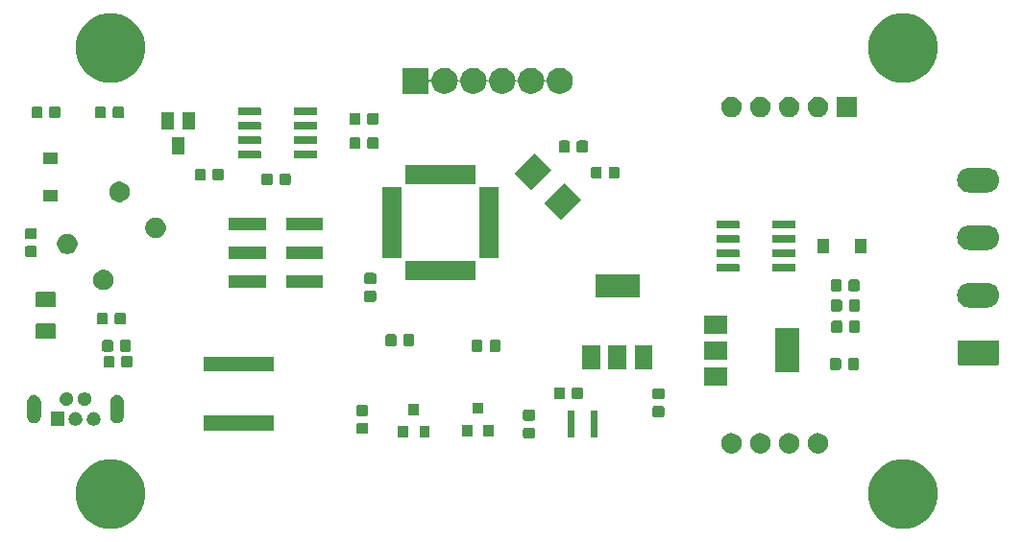
<source format=gbr>
G04 #@! TF.GenerationSoftware,KiCad,Pcbnew,(5.1.5)-3*
G04 #@! TF.CreationDate,2020-09-22T11:09:55+01:00*
G04 #@! TF.ProjectId,sensor_node_PCB,73656e73-6f72-45f6-9e6f-64655f504342,rev?*
G04 #@! TF.SameCoordinates,Original*
G04 #@! TF.FileFunction,Soldermask,Top*
G04 #@! TF.FilePolarity,Negative*
%FSLAX46Y46*%
G04 Gerber Fmt 4.6, Leading zero omitted, Abs format (unit mm)*
G04 Created by KiCad (PCBNEW (5.1.5)-3) date 2020-09-22 11:09:55*
%MOMM*%
%LPD*%
G04 APERTURE LIST*
%ADD10C,0.100000*%
G04 APERTURE END LIST*
D10*
G36*
X188849943Y-125336248D02*
G01*
X189405189Y-125566238D01*
X189405190Y-125566239D01*
X189904899Y-125900134D01*
X190329866Y-126325101D01*
X190329867Y-126325103D01*
X190663762Y-126824811D01*
X190893752Y-127380057D01*
X191011000Y-127969501D01*
X191011000Y-128570499D01*
X190893752Y-129159943D01*
X190663762Y-129715189D01*
X190663761Y-129715190D01*
X190329866Y-130214899D01*
X189904899Y-130639866D01*
X189653347Y-130807948D01*
X189405189Y-130973762D01*
X188849943Y-131203752D01*
X188260499Y-131321000D01*
X187659501Y-131321000D01*
X187070057Y-131203752D01*
X186514811Y-130973762D01*
X186266653Y-130807948D01*
X186015101Y-130639866D01*
X185590134Y-130214899D01*
X185256239Y-129715190D01*
X185256238Y-129715189D01*
X185026248Y-129159943D01*
X184909000Y-128570499D01*
X184909000Y-127969501D01*
X185026248Y-127380057D01*
X185256238Y-126824811D01*
X185590133Y-126325103D01*
X185590134Y-126325101D01*
X186015101Y-125900134D01*
X186514810Y-125566239D01*
X186514811Y-125566238D01*
X187070057Y-125336248D01*
X187659501Y-125219000D01*
X188260499Y-125219000D01*
X188849943Y-125336248D01*
G37*
G36*
X118999943Y-125336248D02*
G01*
X119555189Y-125566238D01*
X119555190Y-125566239D01*
X120054899Y-125900134D01*
X120479866Y-126325101D01*
X120479867Y-126325103D01*
X120813762Y-126824811D01*
X121043752Y-127380057D01*
X121161000Y-127969501D01*
X121161000Y-128570499D01*
X121043752Y-129159943D01*
X120813762Y-129715189D01*
X120813761Y-129715190D01*
X120479866Y-130214899D01*
X120054899Y-130639866D01*
X119803347Y-130807948D01*
X119555189Y-130973762D01*
X118999943Y-131203752D01*
X118410499Y-131321000D01*
X117809501Y-131321000D01*
X117220057Y-131203752D01*
X116664811Y-130973762D01*
X116416653Y-130807948D01*
X116165101Y-130639866D01*
X115740134Y-130214899D01*
X115406239Y-129715190D01*
X115406238Y-129715189D01*
X115176248Y-129159943D01*
X115059000Y-128570499D01*
X115059000Y-127969501D01*
X115176248Y-127380057D01*
X115406238Y-126824811D01*
X115740133Y-126325103D01*
X115740134Y-126325101D01*
X116165101Y-125900134D01*
X116664810Y-125566239D01*
X116664811Y-125566238D01*
X117220057Y-125336248D01*
X117809501Y-125219000D01*
X118410499Y-125219000D01*
X118999943Y-125336248D01*
G37*
G36*
X172953512Y-122903927D02*
G01*
X173102812Y-122933624D01*
X173266784Y-123001544D01*
X173414354Y-123100147D01*
X173539853Y-123225646D01*
X173638456Y-123373216D01*
X173706376Y-123537188D01*
X173741000Y-123711259D01*
X173741000Y-123888741D01*
X173706376Y-124062812D01*
X173638456Y-124226784D01*
X173539853Y-124374354D01*
X173414354Y-124499853D01*
X173266784Y-124598456D01*
X173102812Y-124666376D01*
X172953512Y-124696073D01*
X172928742Y-124701000D01*
X172751258Y-124701000D01*
X172726488Y-124696073D01*
X172577188Y-124666376D01*
X172413216Y-124598456D01*
X172265646Y-124499853D01*
X172140147Y-124374354D01*
X172041544Y-124226784D01*
X171973624Y-124062812D01*
X171939000Y-123888741D01*
X171939000Y-123711259D01*
X171973624Y-123537188D01*
X172041544Y-123373216D01*
X172140147Y-123225646D01*
X172265646Y-123100147D01*
X172413216Y-123001544D01*
X172577188Y-122933624D01*
X172726488Y-122903927D01*
X172751258Y-122899000D01*
X172928742Y-122899000D01*
X172953512Y-122903927D01*
G37*
G36*
X175493512Y-122903927D02*
G01*
X175642812Y-122933624D01*
X175806784Y-123001544D01*
X175954354Y-123100147D01*
X176079853Y-123225646D01*
X176178456Y-123373216D01*
X176246376Y-123537188D01*
X176281000Y-123711259D01*
X176281000Y-123888741D01*
X176246376Y-124062812D01*
X176178456Y-124226784D01*
X176079853Y-124374354D01*
X175954354Y-124499853D01*
X175806784Y-124598456D01*
X175642812Y-124666376D01*
X175493512Y-124696073D01*
X175468742Y-124701000D01*
X175291258Y-124701000D01*
X175266488Y-124696073D01*
X175117188Y-124666376D01*
X174953216Y-124598456D01*
X174805646Y-124499853D01*
X174680147Y-124374354D01*
X174581544Y-124226784D01*
X174513624Y-124062812D01*
X174479000Y-123888741D01*
X174479000Y-123711259D01*
X174513624Y-123537188D01*
X174581544Y-123373216D01*
X174680147Y-123225646D01*
X174805646Y-123100147D01*
X174953216Y-123001544D01*
X175117188Y-122933624D01*
X175266488Y-122903927D01*
X175291258Y-122899000D01*
X175468742Y-122899000D01*
X175493512Y-122903927D01*
G37*
G36*
X180573512Y-122903927D02*
G01*
X180722812Y-122933624D01*
X180886784Y-123001544D01*
X181034354Y-123100147D01*
X181159853Y-123225646D01*
X181258456Y-123373216D01*
X181326376Y-123537188D01*
X181361000Y-123711259D01*
X181361000Y-123888741D01*
X181326376Y-124062812D01*
X181258456Y-124226784D01*
X181159853Y-124374354D01*
X181034354Y-124499853D01*
X180886784Y-124598456D01*
X180722812Y-124666376D01*
X180573512Y-124696073D01*
X180548742Y-124701000D01*
X180371258Y-124701000D01*
X180346488Y-124696073D01*
X180197188Y-124666376D01*
X180033216Y-124598456D01*
X179885646Y-124499853D01*
X179760147Y-124374354D01*
X179661544Y-124226784D01*
X179593624Y-124062812D01*
X179559000Y-123888741D01*
X179559000Y-123711259D01*
X179593624Y-123537188D01*
X179661544Y-123373216D01*
X179760147Y-123225646D01*
X179885646Y-123100147D01*
X180033216Y-123001544D01*
X180197188Y-122933624D01*
X180346488Y-122903927D01*
X180371258Y-122899000D01*
X180548742Y-122899000D01*
X180573512Y-122903927D01*
G37*
G36*
X178033512Y-122903927D02*
G01*
X178182812Y-122933624D01*
X178346784Y-123001544D01*
X178494354Y-123100147D01*
X178619853Y-123225646D01*
X178718456Y-123373216D01*
X178786376Y-123537188D01*
X178821000Y-123711259D01*
X178821000Y-123888741D01*
X178786376Y-124062812D01*
X178718456Y-124226784D01*
X178619853Y-124374354D01*
X178494354Y-124499853D01*
X178346784Y-124598456D01*
X178182812Y-124666376D01*
X178033512Y-124696073D01*
X178008742Y-124701000D01*
X177831258Y-124701000D01*
X177806488Y-124696073D01*
X177657188Y-124666376D01*
X177493216Y-124598456D01*
X177345646Y-124499853D01*
X177220147Y-124374354D01*
X177121544Y-124226784D01*
X177053624Y-124062812D01*
X177019000Y-123888741D01*
X177019000Y-123711259D01*
X177053624Y-123537188D01*
X177121544Y-123373216D01*
X177220147Y-123225646D01*
X177345646Y-123100147D01*
X177493216Y-123001544D01*
X177657188Y-122933624D01*
X177806488Y-122903927D01*
X177831258Y-122899000D01*
X178008742Y-122899000D01*
X178033512Y-122903927D01*
G37*
G36*
X155379591Y-122403085D02*
G01*
X155413569Y-122413393D01*
X155444890Y-122430134D01*
X155472339Y-122452661D01*
X155494866Y-122480110D01*
X155511607Y-122511431D01*
X155521915Y-122545409D01*
X155526000Y-122586890D01*
X155526000Y-123188110D01*
X155521915Y-123229591D01*
X155511607Y-123263569D01*
X155494866Y-123294890D01*
X155472339Y-123322339D01*
X155444890Y-123344866D01*
X155413569Y-123361607D01*
X155379591Y-123371915D01*
X155338110Y-123376000D01*
X154661890Y-123376000D01*
X154620409Y-123371915D01*
X154586431Y-123361607D01*
X154555110Y-123344866D01*
X154527661Y-123322339D01*
X154505134Y-123294890D01*
X154488393Y-123263569D01*
X154478085Y-123229591D01*
X154474000Y-123188110D01*
X154474000Y-122586890D01*
X154478085Y-122545409D01*
X154488393Y-122511431D01*
X154505134Y-122480110D01*
X154527661Y-122452661D01*
X154555110Y-122430134D01*
X154586431Y-122413393D01*
X154620409Y-122403085D01*
X154661890Y-122399000D01*
X155338110Y-122399000D01*
X155379591Y-122403085D01*
G37*
G36*
X146251000Y-123301000D02*
G01*
X145349000Y-123301000D01*
X145349000Y-122299000D01*
X146251000Y-122299000D01*
X146251000Y-123301000D01*
G37*
G36*
X144351000Y-123301000D02*
G01*
X143449000Y-123301000D01*
X143449000Y-122299000D01*
X144351000Y-122299000D01*
X144351000Y-123301000D01*
G37*
G36*
X158976000Y-123301000D02*
G01*
X158374000Y-123301000D01*
X158374000Y-120899000D01*
X158976000Y-120899000D01*
X158976000Y-123301000D01*
G37*
G36*
X161026000Y-123301000D02*
G01*
X160424000Y-123301000D01*
X160424000Y-120899000D01*
X161026000Y-120899000D01*
X161026000Y-123301000D01*
G37*
G36*
X151901000Y-123201000D02*
G01*
X150999000Y-123201000D01*
X150999000Y-122199000D01*
X151901000Y-122199000D01*
X151901000Y-123201000D01*
G37*
G36*
X150001000Y-123201000D02*
G01*
X149099000Y-123201000D01*
X149099000Y-122199000D01*
X150001000Y-122199000D01*
X150001000Y-123201000D01*
G37*
G36*
X140679591Y-121990585D02*
G01*
X140713569Y-122000893D01*
X140744890Y-122017634D01*
X140772339Y-122040161D01*
X140794866Y-122067610D01*
X140811607Y-122098931D01*
X140821915Y-122132909D01*
X140826000Y-122174390D01*
X140826000Y-122775610D01*
X140821915Y-122817091D01*
X140811607Y-122851069D01*
X140794866Y-122882390D01*
X140772339Y-122909839D01*
X140744890Y-122932366D01*
X140713569Y-122949107D01*
X140679591Y-122959415D01*
X140638110Y-122963500D01*
X139961890Y-122963500D01*
X139920409Y-122959415D01*
X139886431Y-122949107D01*
X139855110Y-122932366D01*
X139827661Y-122909839D01*
X139805134Y-122882390D01*
X139788393Y-122851069D01*
X139778085Y-122817091D01*
X139774000Y-122775610D01*
X139774000Y-122174390D01*
X139778085Y-122132909D01*
X139788393Y-122098931D01*
X139805134Y-122067610D01*
X139827661Y-122040161D01*
X139855110Y-122017634D01*
X139886431Y-122000893D01*
X139920409Y-121990585D01*
X139961890Y-121986500D01*
X140638110Y-121986500D01*
X140679591Y-121990585D01*
G37*
G36*
X132514500Y-122659000D02*
G01*
X126297500Y-122659000D01*
X126297500Y-121357000D01*
X132514500Y-121357000D01*
X132514500Y-122659000D01*
G37*
G36*
X116760601Y-121052397D02*
G01*
X116799305Y-121060096D01*
X116818990Y-121068250D01*
X116908680Y-121105400D01*
X117007115Y-121171173D01*
X117090827Y-121254885D01*
X117156600Y-121353320D01*
X117178996Y-121407390D01*
X117199697Y-121457366D01*
X117201904Y-121462696D01*
X117225000Y-121578805D01*
X117225000Y-121697195D01*
X117214792Y-121748512D01*
X117204352Y-121801000D01*
X117201904Y-121813304D01*
X117156600Y-121922680D01*
X117090827Y-122021115D01*
X117007115Y-122104827D01*
X116908680Y-122170600D01*
X116840115Y-122199000D01*
X116799305Y-122215904D01*
X116760601Y-122223603D01*
X116683195Y-122239000D01*
X116564805Y-122239000D01*
X116487399Y-122223603D01*
X116448695Y-122215904D01*
X116407885Y-122199000D01*
X116339320Y-122170600D01*
X116240885Y-122104827D01*
X116157173Y-122021115D01*
X116091400Y-121922680D01*
X116046096Y-121813304D01*
X116043649Y-121801000D01*
X116033208Y-121748512D01*
X116023000Y-121697195D01*
X116023000Y-121578805D01*
X116046096Y-121462696D01*
X116048304Y-121457366D01*
X116069004Y-121407390D01*
X116091400Y-121353320D01*
X116157173Y-121254885D01*
X116240885Y-121171173D01*
X116339320Y-121105400D01*
X116429010Y-121068250D01*
X116448695Y-121060096D01*
X116487399Y-121052397D01*
X116564805Y-121037000D01*
X116683195Y-121037000D01*
X116760601Y-121052397D01*
G37*
G36*
X115160601Y-121052397D02*
G01*
X115199305Y-121060096D01*
X115218990Y-121068250D01*
X115308680Y-121105400D01*
X115407115Y-121171173D01*
X115490827Y-121254885D01*
X115556600Y-121353320D01*
X115578996Y-121407390D01*
X115599697Y-121457366D01*
X115601904Y-121462696D01*
X115625000Y-121578805D01*
X115625000Y-121697195D01*
X115614792Y-121748512D01*
X115604352Y-121801000D01*
X115601904Y-121813304D01*
X115556600Y-121922680D01*
X115490827Y-122021115D01*
X115407115Y-122104827D01*
X115308680Y-122170600D01*
X115240115Y-122199000D01*
X115199305Y-122215904D01*
X115160601Y-122223603D01*
X115083195Y-122239000D01*
X114964805Y-122239000D01*
X114887399Y-122223603D01*
X114848695Y-122215904D01*
X114807885Y-122199000D01*
X114739320Y-122170600D01*
X114640885Y-122104827D01*
X114557173Y-122021115D01*
X114491400Y-121922680D01*
X114446096Y-121813304D01*
X114443649Y-121801000D01*
X114433208Y-121748512D01*
X114423000Y-121697195D01*
X114423000Y-121578805D01*
X114446096Y-121462696D01*
X114448304Y-121457366D01*
X114469004Y-121407390D01*
X114491400Y-121353320D01*
X114557173Y-121254885D01*
X114640885Y-121171173D01*
X114739320Y-121105400D01*
X114829010Y-121068250D01*
X114848695Y-121060096D01*
X114887399Y-121052397D01*
X114964805Y-121037000D01*
X115083195Y-121037000D01*
X115160601Y-121052397D01*
G37*
G36*
X114025000Y-122239000D02*
G01*
X112823000Y-122239000D01*
X112823000Y-121037000D01*
X114025000Y-121037000D01*
X114025000Y-122239000D01*
G37*
G36*
X111491817Y-119520696D02*
G01*
X111605104Y-119555062D01*
X111709511Y-119610869D01*
X111709513Y-119610870D01*
X111709512Y-119610870D01*
X111801027Y-119685973D01*
X111857856Y-119755220D01*
X111876131Y-119777488D01*
X111931938Y-119881895D01*
X111966304Y-119995182D01*
X111975000Y-120083481D01*
X111975000Y-121442519D01*
X111966304Y-121530818D01*
X111931938Y-121644105D01*
X111876131Y-121748512D01*
X111801027Y-121840027D01*
X111709512Y-121915131D01*
X111605105Y-121970938D01*
X111491818Y-122005304D01*
X111374000Y-122016907D01*
X111256183Y-122005304D01*
X111142896Y-121970938D01*
X111038489Y-121915131D01*
X110946974Y-121840027D01*
X110871870Y-121748512D01*
X110816063Y-121644105D01*
X110781697Y-121530818D01*
X110773001Y-121442519D01*
X110773000Y-120083482D01*
X110781696Y-119995183D01*
X110816062Y-119881896D01*
X110871869Y-119777489D01*
X110890145Y-119755220D01*
X110946973Y-119685973D01*
X111038487Y-119610870D01*
X111038486Y-119610870D01*
X111038488Y-119610869D01*
X111142895Y-119555062D01*
X111256182Y-119520696D01*
X111374000Y-119509093D01*
X111491817Y-119520696D01*
G37*
G36*
X118791817Y-119520696D02*
G01*
X118905104Y-119555062D01*
X119009511Y-119610869D01*
X119009513Y-119610870D01*
X119009512Y-119610870D01*
X119101027Y-119685973D01*
X119157856Y-119755220D01*
X119176131Y-119777488D01*
X119231938Y-119881895D01*
X119266304Y-119995182D01*
X119275000Y-120083481D01*
X119275000Y-121442519D01*
X119266304Y-121530818D01*
X119231938Y-121644105D01*
X119176131Y-121748512D01*
X119101027Y-121840027D01*
X119009512Y-121915131D01*
X118905105Y-121970938D01*
X118791818Y-122005304D01*
X118674000Y-122016907D01*
X118556183Y-122005304D01*
X118442896Y-121970938D01*
X118338489Y-121915131D01*
X118246974Y-121840027D01*
X118171870Y-121748512D01*
X118116063Y-121644105D01*
X118081697Y-121530818D01*
X118073001Y-121442519D01*
X118073000Y-120083482D01*
X118081696Y-119995183D01*
X118116062Y-119881896D01*
X118171869Y-119777489D01*
X118190145Y-119755220D01*
X118246973Y-119685973D01*
X118338487Y-119610870D01*
X118338486Y-119610870D01*
X118338488Y-119610869D01*
X118442895Y-119555062D01*
X118556182Y-119520696D01*
X118674000Y-119509093D01*
X118791817Y-119520696D01*
G37*
G36*
X155379591Y-120828085D02*
G01*
X155413569Y-120838393D01*
X155444890Y-120855134D01*
X155472339Y-120877661D01*
X155494866Y-120905110D01*
X155511607Y-120936431D01*
X155521915Y-120970409D01*
X155526000Y-121011890D01*
X155526000Y-121613110D01*
X155521915Y-121654591D01*
X155511607Y-121688569D01*
X155494866Y-121719890D01*
X155472339Y-121747339D01*
X155444890Y-121769866D01*
X155413569Y-121786607D01*
X155379591Y-121796915D01*
X155338110Y-121801000D01*
X154661890Y-121801000D01*
X154620409Y-121796915D01*
X154586431Y-121786607D01*
X154555110Y-121769866D01*
X154527661Y-121747339D01*
X154505134Y-121719890D01*
X154488393Y-121688569D01*
X154478085Y-121654591D01*
X154474000Y-121613110D01*
X154474000Y-121011890D01*
X154478085Y-120970409D01*
X154488393Y-120936431D01*
X154505134Y-120905110D01*
X154527661Y-120877661D01*
X154555110Y-120855134D01*
X154586431Y-120838393D01*
X154620409Y-120828085D01*
X154661890Y-120824000D01*
X155338110Y-120824000D01*
X155379591Y-120828085D01*
G37*
G36*
X166779591Y-120515585D02*
G01*
X166813569Y-120525893D01*
X166844890Y-120542634D01*
X166872339Y-120565161D01*
X166894866Y-120592610D01*
X166911607Y-120623931D01*
X166921915Y-120657909D01*
X166926000Y-120699390D01*
X166926000Y-121300610D01*
X166921915Y-121342091D01*
X166911607Y-121376069D01*
X166894866Y-121407390D01*
X166872339Y-121434839D01*
X166844890Y-121457366D01*
X166813569Y-121474107D01*
X166779591Y-121484415D01*
X166738110Y-121488500D01*
X166061890Y-121488500D01*
X166020409Y-121484415D01*
X165986431Y-121474107D01*
X165955110Y-121457366D01*
X165927661Y-121434839D01*
X165905134Y-121407390D01*
X165888393Y-121376069D01*
X165878085Y-121342091D01*
X165874000Y-121300610D01*
X165874000Y-120699390D01*
X165878085Y-120657909D01*
X165888393Y-120623931D01*
X165905134Y-120592610D01*
X165927661Y-120565161D01*
X165955110Y-120542634D01*
X165986431Y-120525893D01*
X166020409Y-120515585D01*
X166061890Y-120511500D01*
X166738110Y-120511500D01*
X166779591Y-120515585D01*
G37*
G36*
X140679591Y-120415585D02*
G01*
X140713569Y-120425893D01*
X140744890Y-120442634D01*
X140772339Y-120465161D01*
X140794866Y-120492610D01*
X140811607Y-120523931D01*
X140821915Y-120557909D01*
X140826000Y-120599390D01*
X140826000Y-121200610D01*
X140821915Y-121242091D01*
X140811607Y-121276069D01*
X140794866Y-121307390D01*
X140772339Y-121334839D01*
X140744890Y-121357366D01*
X140713569Y-121374107D01*
X140679591Y-121384415D01*
X140638110Y-121388500D01*
X139961890Y-121388500D01*
X139920409Y-121384415D01*
X139886431Y-121374107D01*
X139855110Y-121357366D01*
X139827661Y-121334839D01*
X139805134Y-121307390D01*
X139788393Y-121276069D01*
X139778085Y-121242091D01*
X139774000Y-121200610D01*
X139774000Y-120599390D01*
X139778085Y-120557909D01*
X139788393Y-120523931D01*
X139805134Y-120492610D01*
X139827661Y-120465161D01*
X139855110Y-120442634D01*
X139886431Y-120425893D01*
X139920409Y-120415585D01*
X139961890Y-120411500D01*
X140638110Y-120411500D01*
X140679591Y-120415585D01*
G37*
G36*
X145301000Y-121301000D02*
G01*
X144399000Y-121301000D01*
X144399000Y-120299000D01*
X145301000Y-120299000D01*
X145301000Y-121301000D01*
G37*
G36*
X150951000Y-121201000D02*
G01*
X150049000Y-121201000D01*
X150049000Y-120199000D01*
X150951000Y-120199000D01*
X150951000Y-121201000D01*
G37*
G36*
X115960601Y-119302397D02*
G01*
X115999305Y-119310096D01*
X116031340Y-119323365D01*
X116108680Y-119355400D01*
X116207115Y-119421173D01*
X116290827Y-119504885D01*
X116356600Y-119603320D01*
X116380802Y-119661750D01*
X116401904Y-119712695D01*
X116402981Y-119718110D01*
X116425000Y-119828805D01*
X116425000Y-119947195D01*
X116401904Y-120063304D01*
X116356600Y-120172680D01*
X116290827Y-120271115D01*
X116207115Y-120354827D01*
X116108680Y-120420600D01*
X116031340Y-120452635D01*
X115999305Y-120465904D01*
X115960601Y-120473603D01*
X115883195Y-120489000D01*
X115764805Y-120489000D01*
X115687399Y-120473603D01*
X115648695Y-120465904D01*
X115616660Y-120452635D01*
X115539320Y-120420600D01*
X115440885Y-120354827D01*
X115357173Y-120271115D01*
X115291400Y-120172680D01*
X115246096Y-120063304D01*
X115223000Y-119947195D01*
X115223000Y-119828805D01*
X115245019Y-119718110D01*
X115246096Y-119712695D01*
X115267198Y-119661750D01*
X115291400Y-119603320D01*
X115357173Y-119504885D01*
X115440885Y-119421173D01*
X115539320Y-119355400D01*
X115616660Y-119323365D01*
X115648695Y-119310096D01*
X115687399Y-119302397D01*
X115764805Y-119287000D01*
X115883195Y-119287000D01*
X115960601Y-119302397D01*
G37*
G36*
X114360601Y-119302397D02*
G01*
X114399305Y-119310096D01*
X114431340Y-119323365D01*
X114508680Y-119355400D01*
X114607115Y-119421173D01*
X114690827Y-119504885D01*
X114756600Y-119603320D01*
X114780802Y-119661750D01*
X114801904Y-119712695D01*
X114802981Y-119718110D01*
X114825000Y-119828805D01*
X114825000Y-119947195D01*
X114801904Y-120063304D01*
X114756600Y-120172680D01*
X114690827Y-120271115D01*
X114607115Y-120354827D01*
X114508680Y-120420600D01*
X114431340Y-120452635D01*
X114399305Y-120465904D01*
X114360601Y-120473603D01*
X114283195Y-120489000D01*
X114164805Y-120489000D01*
X114087399Y-120473603D01*
X114048695Y-120465904D01*
X114016660Y-120452635D01*
X113939320Y-120420600D01*
X113840885Y-120354827D01*
X113757173Y-120271115D01*
X113691400Y-120172680D01*
X113646096Y-120063304D01*
X113623000Y-119947195D01*
X113623000Y-119828805D01*
X113645019Y-119718110D01*
X113646096Y-119712695D01*
X113667198Y-119661750D01*
X113691400Y-119603320D01*
X113757173Y-119504885D01*
X113840885Y-119421173D01*
X113939320Y-119355400D01*
X114016660Y-119323365D01*
X114048695Y-119310096D01*
X114087399Y-119302397D01*
X114164805Y-119287000D01*
X114283195Y-119287000D01*
X114360601Y-119302397D01*
G37*
G36*
X166779591Y-118940585D02*
G01*
X166813569Y-118950893D01*
X166844890Y-118967634D01*
X166872339Y-118990161D01*
X166894866Y-119017610D01*
X166911607Y-119048931D01*
X166921915Y-119082909D01*
X166926000Y-119124390D01*
X166926000Y-119725610D01*
X166921915Y-119767091D01*
X166911607Y-119801069D01*
X166894866Y-119832390D01*
X166872339Y-119859839D01*
X166844890Y-119882366D01*
X166813569Y-119899107D01*
X166779591Y-119909415D01*
X166738110Y-119913500D01*
X166061890Y-119913500D01*
X166020409Y-119909415D01*
X165986431Y-119899107D01*
X165955110Y-119882366D01*
X165927661Y-119859839D01*
X165905134Y-119832390D01*
X165888393Y-119801069D01*
X165878085Y-119767091D01*
X165874000Y-119725610D01*
X165874000Y-119124390D01*
X165878085Y-119082909D01*
X165888393Y-119048931D01*
X165905134Y-119017610D01*
X165927661Y-118990161D01*
X165955110Y-118967634D01*
X165986431Y-118950893D01*
X166020409Y-118940585D01*
X166061890Y-118936500D01*
X166738110Y-118936500D01*
X166779591Y-118940585D01*
G37*
G36*
X158025091Y-118858085D02*
G01*
X158059069Y-118868393D01*
X158090390Y-118885134D01*
X158117839Y-118907661D01*
X158140366Y-118935110D01*
X158157107Y-118966431D01*
X158167415Y-119000409D01*
X158171500Y-119041890D01*
X158171500Y-119718110D01*
X158167415Y-119759591D01*
X158157107Y-119793569D01*
X158140366Y-119824890D01*
X158117839Y-119852339D01*
X158090390Y-119874866D01*
X158059069Y-119891607D01*
X158025091Y-119901915D01*
X157983610Y-119906000D01*
X157382390Y-119906000D01*
X157340909Y-119901915D01*
X157306931Y-119891607D01*
X157275610Y-119874866D01*
X157248161Y-119852339D01*
X157225634Y-119824890D01*
X157208893Y-119793569D01*
X157198585Y-119759591D01*
X157194500Y-119718110D01*
X157194500Y-119041890D01*
X157198585Y-119000409D01*
X157208893Y-118966431D01*
X157225634Y-118935110D01*
X157248161Y-118907661D01*
X157275610Y-118885134D01*
X157306931Y-118868393D01*
X157340909Y-118858085D01*
X157382390Y-118854000D01*
X157983610Y-118854000D01*
X158025091Y-118858085D01*
G37*
G36*
X159600091Y-118858085D02*
G01*
X159634069Y-118868393D01*
X159665390Y-118885134D01*
X159692839Y-118907661D01*
X159715366Y-118935110D01*
X159732107Y-118966431D01*
X159742415Y-119000409D01*
X159746500Y-119041890D01*
X159746500Y-119718110D01*
X159742415Y-119759591D01*
X159732107Y-119793569D01*
X159715366Y-119824890D01*
X159692839Y-119852339D01*
X159665390Y-119874866D01*
X159634069Y-119891607D01*
X159600091Y-119901915D01*
X159558610Y-119906000D01*
X158957390Y-119906000D01*
X158915909Y-119901915D01*
X158881931Y-119891607D01*
X158850610Y-119874866D01*
X158823161Y-119852339D01*
X158800634Y-119824890D01*
X158783893Y-119793569D01*
X158773585Y-119759591D01*
X158769500Y-119718110D01*
X158769500Y-119041890D01*
X158773585Y-119000409D01*
X158783893Y-118966431D01*
X158800634Y-118935110D01*
X158823161Y-118907661D01*
X158850610Y-118885134D01*
X158881931Y-118868393D01*
X158915909Y-118858085D01*
X158957390Y-118854000D01*
X159558610Y-118854000D01*
X159600091Y-118858085D01*
G37*
G36*
X172501000Y-118701000D02*
G01*
X170399000Y-118701000D01*
X170399000Y-117099000D01*
X172501000Y-117099000D01*
X172501000Y-118701000D01*
G37*
G36*
X178801000Y-117551000D02*
G01*
X176699000Y-117551000D01*
X176699000Y-113649000D01*
X178801000Y-113649000D01*
X178801000Y-117551000D01*
G37*
G36*
X132514500Y-117459000D02*
G01*
X126297500Y-117459000D01*
X126297500Y-116157000D01*
X132514500Y-116157000D01*
X132514500Y-117459000D01*
G37*
G36*
X183942091Y-116278085D02*
G01*
X183976069Y-116288393D01*
X184007390Y-116305134D01*
X184034839Y-116327661D01*
X184057366Y-116355110D01*
X184074107Y-116386431D01*
X184084415Y-116420409D01*
X184088500Y-116461890D01*
X184088500Y-117138110D01*
X184084415Y-117179591D01*
X184074107Y-117213569D01*
X184057366Y-117244890D01*
X184034839Y-117272339D01*
X184007390Y-117294866D01*
X183976069Y-117311607D01*
X183942091Y-117321915D01*
X183900610Y-117326000D01*
X183299390Y-117326000D01*
X183257909Y-117321915D01*
X183223931Y-117311607D01*
X183192610Y-117294866D01*
X183165161Y-117272339D01*
X183142634Y-117244890D01*
X183125893Y-117213569D01*
X183115585Y-117179591D01*
X183111500Y-117138110D01*
X183111500Y-116461890D01*
X183115585Y-116420409D01*
X183125893Y-116386431D01*
X183142634Y-116355110D01*
X183165161Y-116327661D01*
X183192610Y-116305134D01*
X183223931Y-116288393D01*
X183257909Y-116278085D01*
X183299390Y-116274000D01*
X183900610Y-116274000D01*
X183942091Y-116278085D01*
G37*
G36*
X182367091Y-116278085D02*
G01*
X182401069Y-116288393D01*
X182432390Y-116305134D01*
X182459839Y-116327661D01*
X182482366Y-116355110D01*
X182499107Y-116386431D01*
X182509415Y-116420409D01*
X182513500Y-116461890D01*
X182513500Y-117138110D01*
X182509415Y-117179591D01*
X182499107Y-117213569D01*
X182482366Y-117244890D01*
X182459839Y-117272339D01*
X182432390Y-117294866D01*
X182401069Y-117311607D01*
X182367091Y-117321915D01*
X182325610Y-117326000D01*
X181724390Y-117326000D01*
X181682909Y-117321915D01*
X181648931Y-117311607D01*
X181617610Y-117294866D01*
X181590161Y-117272339D01*
X181567634Y-117244890D01*
X181550893Y-117213569D01*
X181540585Y-117179591D01*
X181536500Y-117138110D01*
X181536500Y-116461890D01*
X181540585Y-116420409D01*
X181550893Y-116386431D01*
X181567634Y-116355110D01*
X181590161Y-116327661D01*
X181617610Y-116305134D01*
X181648931Y-116288393D01*
X181682909Y-116278085D01*
X181724390Y-116274000D01*
X182325610Y-116274000D01*
X182367091Y-116278085D01*
G37*
G36*
X161301000Y-117251000D02*
G01*
X159699000Y-117251000D01*
X159699000Y-115149000D01*
X161301000Y-115149000D01*
X161301000Y-117251000D01*
G37*
G36*
X163601000Y-117251000D02*
G01*
X161999000Y-117251000D01*
X161999000Y-115149000D01*
X163601000Y-115149000D01*
X163601000Y-117251000D01*
G37*
G36*
X165901000Y-117251000D02*
G01*
X164299000Y-117251000D01*
X164299000Y-115149000D01*
X165901000Y-115149000D01*
X165901000Y-117251000D01*
G37*
G36*
X119900091Y-116092085D02*
G01*
X119934069Y-116102393D01*
X119965390Y-116119134D01*
X119992839Y-116141661D01*
X120015366Y-116169110D01*
X120032107Y-116200431D01*
X120042415Y-116234409D01*
X120046500Y-116275890D01*
X120046500Y-116952110D01*
X120042415Y-116993591D01*
X120032107Y-117027569D01*
X120015366Y-117058890D01*
X119992839Y-117086339D01*
X119965390Y-117108866D01*
X119934069Y-117125607D01*
X119900091Y-117135915D01*
X119858610Y-117140000D01*
X119257390Y-117140000D01*
X119215909Y-117135915D01*
X119181931Y-117125607D01*
X119150610Y-117108866D01*
X119123161Y-117086339D01*
X119100634Y-117058890D01*
X119083893Y-117027569D01*
X119073585Y-116993591D01*
X119069500Y-116952110D01*
X119069500Y-116275890D01*
X119073585Y-116234409D01*
X119083893Y-116200431D01*
X119100634Y-116169110D01*
X119123161Y-116141661D01*
X119150610Y-116119134D01*
X119181931Y-116102393D01*
X119215909Y-116092085D01*
X119257390Y-116088000D01*
X119858610Y-116088000D01*
X119900091Y-116092085D01*
G37*
G36*
X118325091Y-116092085D02*
G01*
X118359069Y-116102393D01*
X118390390Y-116119134D01*
X118417839Y-116141661D01*
X118440366Y-116169110D01*
X118457107Y-116200431D01*
X118467415Y-116234409D01*
X118471500Y-116275890D01*
X118471500Y-116952110D01*
X118467415Y-116993591D01*
X118457107Y-117027569D01*
X118440366Y-117058890D01*
X118417839Y-117086339D01*
X118390390Y-117108866D01*
X118359069Y-117125607D01*
X118325091Y-117135915D01*
X118283610Y-117140000D01*
X117682390Y-117140000D01*
X117640909Y-117135915D01*
X117606931Y-117125607D01*
X117575610Y-117108866D01*
X117548161Y-117086339D01*
X117525634Y-117058890D01*
X117508893Y-117027569D01*
X117498585Y-116993591D01*
X117494500Y-116952110D01*
X117494500Y-116275890D01*
X117498585Y-116234409D01*
X117508893Y-116200431D01*
X117525634Y-116169110D01*
X117548161Y-116141661D01*
X117575610Y-116119134D01*
X117606931Y-116102393D01*
X117640909Y-116092085D01*
X117682390Y-116088000D01*
X118283610Y-116088000D01*
X118325091Y-116092085D01*
G37*
G36*
X196316217Y-114712808D02*
G01*
X196347489Y-114722294D01*
X196376308Y-114737698D01*
X196401570Y-114758430D01*
X196422302Y-114783692D01*
X196437706Y-114812511D01*
X196447192Y-114843783D01*
X196451000Y-114882448D01*
X196451000Y-116717552D01*
X196447192Y-116756217D01*
X196437706Y-116787489D01*
X196422302Y-116816308D01*
X196401570Y-116841570D01*
X196376308Y-116862302D01*
X196347489Y-116877706D01*
X196316217Y-116887192D01*
X196277552Y-116891000D01*
X192922448Y-116891000D01*
X192883783Y-116887192D01*
X192852511Y-116877706D01*
X192823692Y-116862302D01*
X192798430Y-116841570D01*
X192777698Y-116816308D01*
X192762294Y-116787489D01*
X192752808Y-116756217D01*
X192749000Y-116717552D01*
X192749000Y-114882448D01*
X192752808Y-114843783D01*
X192762294Y-114812511D01*
X192777698Y-114783692D01*
X192798430Y-114758430D01*
X192823692Y-114737698D01*
X192852511Y-114722294D01*
X192883783Y-114712808D01*
X192922448Y-114709000D01*
X196277552Y-114709000D01*
X196316217Y-114712808D01*
G37*
G36*
X172501000Y-116401000D02*
G01*
X170399000Y-116401000D01*
X170399000Y-114799000D01*
X172501000Y-114799000D01*
X172501000Y-116401000D01*
G37*
G36*
X150767091Y-114678085D02*
G01*
X150801069Y-114688393D01*
X150832390Y-114705134D01*
X150859839Y-114727661D01*
X150882366Y-114755110D01*
X150899107Y-114786431D01*
X150909415Y-114820409D01*
X150913500Y-114861890D01*
X150913500Y-115538110D01*
X150909415Y-115579591D01*
X150899107Y-115613569D01*
X150882366Y-115644890D01*
X150859839Y-115672339D01*
X150832390Y-115694866D01*
X150801069Y-115711607D01*
X150767091Y-115721915D01*
X150725610Y-115726000D01*
X150124390Y-115726000D01*
X150082909Y-115721915D01*
X150048931Y-115711607D01*
X150017610Y-115694866D01*
X149990161Y-115672339D01*
X149967634Y-115644890D01*
X149950893Y-115613569D01*
X149940585Y-115579591D01*
X149936500Y-115538110D01*
X149936500Y-114861890D01*
X149940585Y-114820409D01*
X149950893Y-114786431D01*
X149967634Y-114755110D01*
X149990161Y-114727661D01*
X150017610Y-114705134D01*
X150048931Y-114688393D01*
X150082909Y-114678085D01*
X150124390Y-114674000D01*
X150725610Y-114674000D01*
X150767091Y-114678085D01*
G37*
G36*
X152342091Y-114678085D02*
G01*
X152376069Y-114688393D01*
X152407390Y-114705134D01*
X152434839Y-114727661D01*
X152457366Y-114755110D01*
X152474107Y-114786431D01*
X152484415Y-114820409D01*
X152488500Y-114861890D01*
X152488500Y-115538110D01*
X152484415Y-115579591D01*
X152474107Y-115613569D01*
X152457366Y-115644890D01*
X152434839Y-115672339D01*
X152407390Y-115694866D01*
X152376069Y-115711607D01*
X152342091Y-115721915D01*
X152300610Y-115726000D01*
X151699390Y-115726000D01*
X151657909Y-115721915D01*
X151623931Y-115711607D01*
X151592610Y-115694866D01*
X151565161Y-115672339D01*
X151542634Y-115644890D01*
X151525893Y-115613569D01*
X151515585Y-115579591D01*
X151511500Y-115538110D01*
X151511500Y-114861890D01*
X151515585Y-114820409D01*
X151525893Y-114786431D01*
X151542634Y-114755110D01*
X151565161Y-114727661D01*
X151592610Y-114705134D01*
X151623931Y-114688393D01*
X151657909Y-114678085D01*
X151699390Y-114674000D01*
X152300610Y-114674000D01*
X152342091Y-114678085D01*
G37*
G36*
X119773091Y-114667085D02*
G01*
X119807069Y-114677393D01*
X119838390Y-114694134D01*
X119865839Y-114716661D01*
X119888366Y-114744110D01*
X119905107Y-114775431D01*
X119915415Y-114809409D01*
X119919500Y-114850890D01*
X119919500Y-115527110D01*
X119915415Y-115568591D01*
X119905107Y-115602569D01*
X119888366Y-115633890D01*
X119865839Y-115661339D01*
X119838390Y-115683866D01*
X119807069Y-115700607D01*
X119773091Y-115710915D01*
X119731610Y-115715000D01*
X119130390Y-115715000D01*
X119088909Y-115710915D01*
X119054931Y-115700607D01*
X119023610Y-115683866D01*
X118996161Y-115661339D01*
X118973634Y-115633890D01*
X118956893Y-115602569D01*
X118946585Y-115568591D01*
X118942500Y-115527110D01*
X118942500Y-114850890D01*
X118946585Y-114809409D01*
X118956893Y-114775431D01*
X118973634Y-114744110D01*
X118996161Y-114716661D01*
X119023610Y-114694134D01*
X119054931Y-114677393D01*
X119088909Y-114667085D01*
X119130390Y-114663000D01*
X119731610Y-114663000D01*
X119773091Y-114667085D01*
G37*
G36*
X118198091Y-114667085D02*
G01*
X118232069Y-114677393D01*
X118263390Y-114694134D01*
X118290839Y-114716661D01*
X118313366Y-114744110D01*
X118330107Y-114775431D01*
X118340415Y-114809409D01*
X118344500Y-114850890D01*
X118344500Y-115527110D01*
X118340415Y-115568591D01*
X118330107Y-115602569D01*
X118313366Y-115633890D01*
X118290839Y-115661339D01*
X118263390Y-115683866D01*
X118232069Y-115700607D01*
X118198091Y-115710915D01*
X118156610Y-115715000D01*
X117555390Y-115715000D01*
X117513909Y-115710915D01*
X117479931Y-115700607D01*
X117448610Y-115683866D01*
X117421161Y-115661339D01*
X117398634Y-115633890D01*
X117381893Y-115602569D01*
X117371585Y-115568591D01*
X117367500Y-115527110D01*
X117367500Y-114850890D01*
X117371585Y-114809409D01*
X117381893Y-114775431D01*
X117398634Y-114744110D01*
X117421161Y-114716661D01*
X117448610Y-114694134D01*
X117479931Y-114677393D01*
X117513909Y-114667085D01*
X117555390Y-114663000D01*
X118156610Y-114663000D01*
X118198091Y-114667085D01*
G37*
G36*
X143167091Y-114178085D02*
G01*
X143201069Y-114188393D01*
X143232390Y-114205134D01*
X143259839Y-114227661D01*
X143282366Y-114255110D01*
X143299107Y-114286431D01*
X143309415Y-114320409D01*
X143313500Y-114361890D01*
X143313500Y-115038110D01*
X143309415Y-115079591D01*
X143299107Y-115113569D01*
X143282366Y-115144890D01*
X143259839Y-115172339D01*
X143232390Y-115194866D01*
X143201069Y-115211607D01*
X143167091Y-115221915D01*
X143125610Y-115226000D01*
X142524390Y-115226000D01*
X142482909Y-115221915D01*
X142448931Y-115211607D01*
X142417610Y-115194866D01*
X142390161Y-115172339D01*
X142367634Y-115144890D01*
X142350893Y-115113569D01*
X142340585Y-115079591D01*
X142336500Y-115038110D01*
X142336500Y-114361890D01*
X142340585Y-114320409D01*
X142350893Y-114286431D01*
X142367634Y-114255110D01*
X142390161Y-114227661D01*
X142417610Y-114205134D01*
X142448931Y-114188393D01*
X142482909Y-114178085D01*
X142524390Y-114174000D01*
X143125610Y-114174000D01*
X143167091Y-114178085D01*
G37*
G36*
X144742091Y-114178085D02*
G01*
X144776069Y-114188393D01*
X144807390Y-114205134D01*
X144834839Y-114227661D01*
X144857366Y-114255110D01*
X144874107Y-114286431D01*
X144884415Y-114320409D01*
X144888500Y-114361890D01*
X144888500Y-115038110D01*
X144884415Y-115079591D01*
X144874107Y-115113569D01*
X144857366Y-115144890D01*
X144834839Y-115172339D01*
X144807390Y-115194866D01*
X144776069Y-115211607D01*
X144742091Y-115221915D01*
X144700610Y-115226000D01*
X144099390Y-115226000D01*
X144057909Y-115221915D01*
X144023931Y-115211607D01*
X143992610Y-115194866D01*
X143965161Y-115172339D01*
X143942634Y-115144890D01*
X143925893Y-115113569D01*
X143915585Y-115079591D01*
X143911500Y-115038110D01*
X143911500Y-114361890D01*
X143915585Y-114320409D01*
X143925893Y-114286431D01*
X143942634Y-114255110D01*
X143965161Y-114227661D01*
X143992610Y-114205134D01*
X144023931Y-114188393D01*
X144057909Y-114178085D01*
X144099390Y-114174000D01*
X144700610Y-114174000D01*
X144742091Y-114178085D01*
G37*
G36*
X113168604Y-113228347D02*
G01*
X113205144Y-113239432D01*
X113238821Y-113257433D01*
X113268341Y-113281659D01*
X113292567Y-113311179D01*
X113310568Y-113344856D01*
X113321653Y-113381396D01*
X113326000Y-113425538D01*
X113326000Y-114374462D01*
X113321653Y-114418604D01*
X113310568Y-114455144D01*
X113292567Y-114488821D01*
X113268341Y-114518341D01*
X113238821Y-114542567D01*
X113205144Y-114560568D01*
X113168604Y-114571653D01*
X113124462Y-114576000D01*
X111675538Y-114576000D01*
X111631396Y-114571653D01*
X111594856Y-114560568D01*
X111561179Y-114542567D01*
X111531659Y-114518341D01*
X111507433Y-114488821D01*
X111489432Y-114455144D01*
X111478347Y-114418604D01*
X111474000Y-114374462D01*
X111474000Y-113425538D01*
X111478347Y-113381396D01*
X111489432Y-113344856D01*
X111507433Y-113311179D01*
X111531659Y-113281659D01*
X111561179Y-113257433D01*
X111594856Y-113239432D01*
X111631396Y-113228347D01*
X111675538Y-113224000D01*
X113124462Y-113224000D01*
X113168604Y-113228347D01*
G37*
G36*
X172501000Y-114101000D02*
G01*
X170399000Y-114101000D01*
X170399000Y-112499000D01*
X172501000Y-112499000D01*
X172501000Y-114101000D01*
G37*
G36*
X184042091Y-112978085D02*
G01*
X184076069Y-112988393D01*
X184107390Y-113005134D01*
X184134839Y-113027661D01*
X184157366Y-113055110D01*
X184174107Y-113086431D01*
X184184415Y-113120409D01*
X184188500Y-113161890D01*
X184188500Y-113838110D01*
X184184415Y-113879591D01*
X184174107Y-113913569D01*
X184157366Y-113944890D01*
X184134839Y-113972339D01*
X184107390Y-113994866D01*
X184076069Y-114011607D01*
X184042091Y-114021915D01*
X184000610Y-114026000D01*
X183399390Y-114026000D01*
X183357909Y-114021915D01*
X183323931Y-114011607D01*
X183292610Y-113994866D01*
X183265161Y-113972339D01*
X183242634Y-113944890D01*
X183225893Y-113913569D01*
X183215585Y-113879591D01*
X183211500Y-113838110D01*
X183211500Y-113161890D01*
X183215585Y-113120409D01*
X183225893Y-113086431D01*
X183242634Y-113055110D01*
X183265161Y-113027661D01*
X183292610Y-113005134D01*
X183323931Y-112988393D01*
X183357909Y-112978085D01*
X183399390Y-112974000D01*
X184000610Y-112974000D01*
X184042091Y-112978085D01*
G37*
G36*
X182467091Y-112978085D02*
G01*
X182501069Y-112988393D01*
X182532390Y-113005134D01*
X182559839Y-113027661D01*
X182582366Y-113055110D01*
X182599107Y-113086431D01*
X182609415Y-113120409D01*
X182613500Y-113161890D01*
X182613500Y-113838110D01*
X182609415Y-113879591D01*
X182599107Y-113913569D01*
X182582366Y-113944890D01*
X182559839Y-113972339D01*
X182532390Y-113994866D01*
X182501069Y-114011607D01*
X182467091Y-114021915D01*
X182425610Y-114026000D01*
X181824390Y-114026000D01*
X181782909Y-114021915D01*
X181748931Y-114011607D01*
X181717610Y-113994866D01*
X181690161Y-113972339D01*
X181667634Y-113944890D01*
X181650893Y-113913569D01*
X181640585Y-113879591D01*
X181636500Y-113838110D01*
X181636500Y-113161890D01*
X181640585Y-113120409D01*
X181650893Y-113086431D01*
X181667634Y-113055110D01*
X181690161Y-113027661D01*
X181717610Y-113005134D01*
X181748931Y-112988393D01*
X181782909Y-112978085D01*
X181824390Y-112974000D01*
X182425610Y-112974000D01*
X182467091Y-112978085D01*
G37*
G36*
X117742091Y-112278085D02*
G01*
X117776069Y-112288393D01*
X117807390Y-112305134D01*
X117834839Y-112327661D01*
X117857366Y-112355110D01*
X117874107Y-112386431D01*
X117884415Y-112420409D01*
X117888500Y-112461890D01*
X117888500Y-113138110D01*
X117884415Y-113179591D01*
X117874107Y-113213569D01*
X117857366Y-113244890D01*
X117834839Y-113272339D01*
X117807390Y-113294866D01*
X117776069Y-113311607D01*
X117742091Y-113321915D01*
X117700610Y-113326000D01*
X117099390Y-113326000D01*
X117057909Y-113321915D01*
X117023931Y-113311607D01*
X116992610Y-113294866D01*
X116965161Y-113272339D01*
X116942634Y-113244890D01*
X116925893Y-113213569D01*
X116915585Y-113179591D01*
X116911500Y-113138110D01*
X116911500Y-112461890D01*
X116915585Y-112420409D01*
X116925893Y-112386431D01*
X116942634Y-112355110D01*
X116965161Y-112327661D01*
X116992610Y-112305134D01*
X117023931Y-112288393D01*
X117057909Y-112278085D01*
X117099390Y-112274000D01*
X117700610Y-112274000D01*
X117742091Y-112278085D01*
G37*
G36*
X119317091Y-112278085D02*
G01*
X119351069Y-112288393D01*
X119382390Y-112305134D01*
X119409839Y-112327661D01*
X119432366Y-112355110D01*
X119449107Y-112386431D01*
X119459415Y-112420409D01*
X119463500Y-112461890D01*
X119463500Y-113138110D01*
X119459415Y-113179591D01*
X119449107Y-113213569D01*
X119432366Y-113244890D01*
X119409839Y-113272339D01*
X119382390Y-113294866D01*
X119351069Y-113311607D01*
X119317091Y-113321915D01*
X119275610Y-113326000D01*
X118674390Y-113326000D01*
X118632909Y-113321915D01*
X118598931Y-113311607D01*
X118567610Y-113294866D01*
X118540161Y-113272339D01*
X118517634Y-113244890D01*
X118500893Y-113213569D01*
X118490585Y-113179591D01*
X118486500Y-113138110D01*
X118486500Y-112461890D01*
X118490585Y-112420409D01*
X118500893Y-112386431D01*
X118517634Y-112355110D01*
X118540161Y-112327661D01*
X118567610Y-112305134D01*
X118598931Y-112288393D01*
X118632909Y-112278085D01*
X118674390Y-112274000D01*
X119275610Y-112274000D01*
X119317091Y-112278085D01*
G37*
G36*
X184017091Y-111111085D02*
G01*
X184051069Y-111121393D01*
X184082390Y-111138134D01*
X184109839Y-111160661D01*
X184132366Y-111188110D01*
X184149107Y-111219431D01*
X184159415Y-111253409D01*
X184163500Y-111294890D01*
X184163500Y-111971110D01*
X184159415Y-112012591D01*
X184149107Y-112046569D01*
X184132366Y-112077890D01*
X184109839Y-112105339D01*
X184082390Y-112127866D01*
X184051069Y-112144607D01*
X184017091Y-112154915D01*
X183975610Y-112159000D01*
X183374390Y-112159000D01*
X183332909Y-112154915D01*
X183298931Y-112144607D01*
X183267610Y-112127866D01*
X183240161Y-112105339D01*
X183217634Y-112077890D01*
X183200893Y-112046569D01*
X183190585Y-112012591D01*
X183186500Y-111971110D01*
X183186500Y-111294890D01*
X183190585Y-111253409D01*
X183200893Y-111219431D01*
X183217634Y-111188110D01*
X183240161Y-111160661D01*
X183267610Y-111138134D01*
X183298931Y-111121393D01*
X183332909Y-111111085D01*
X183374390Y-111107000D01*
X183975610Y-111107000D01*
X184017091Y-111111085D01*
G37*
G36*
X182442091Y-111111085D02*
G01*
X182476069Y-111121393D01*
X182507390Y-111138134D01*
X182534839Y-111160661D01*
X182557366Y-111188110D01*
X182574107Y-111219431D01*
X182584415Y-111253409D01*
X182588500Y-111294890D01*
X182588500Y-111971110D01*
X182584415Y-112012591D01*
X182574107Y-112046569D01*
X182557366Y-112077890D01*
X182534839Y-112105339D01*
X182507390Y-112127866D01*
X182476069Y-112144607D01*
X182442091Y-112154915D01*
X182400610Y-112159000D01*
X181799390Y-112159000D01*
X181757909Y-112154915D01*
X181723931Y-112144607D01*
X181692610Y-112127866D01*
X181665161Y-112105339D01*
X181642634Y-112077890D01*
X181625893Y-112046569D01*
X181615585Y-112012591D01*
X181611500Y-111971110D01*
X181611500Y-111294890D01*
X181615585Y-111253409D01*
X181625893Y-111219431D01*
X181642634Y-111188110D01*
X181665161Y-111160661D01*
X181692610Y-111138134D01*
X181723931Y-111121393D01*
X181757909Y-111111085D01*
X181799390Y-111107000D01*
X182400610Y-111107000D01*
X182442091Y-111111085D01*
G37*
G36*
X195573871Y-109644786D02*
G01*
X195779530Y-109707172D01*
X195969055Y-109808475D01*
X195969058Y-109808477D01*
X195969059Y-109808478D01*
X196135186Y-109944814D01*
X196271522Y-110110941D01*
X196271525Y-110110945D01*
X196372828Y-110300470D01*
X196435214Y-110506129D01*
X196456278Y-110720000D01*
X196435214Y-110933871D01*
X196435213Y-110933873D01*
X196373252Y-111138134D01*
X196372828Y-111139530D01*
X196271525Y-111329055D01*
X196271523Y-111329058D01*
X196271522Y-111329059D01*
X196135186Y-111495186D01*
X195969059Y-111631522D01*
X195969055Y-111631525D01*
X195779530Y-111732828D01*
X195573871Y-111795214D01*
X195413591Y-111811000D01*
X193786409Y-111811000D01*
X193626129Y-111795214D01*
X193420470Y-111732828D01*
X193230945Y-111631525D01*
X193230941Y-111631522D01*
X193064814Y-111495186D01*
X192928478Y-111329059D01*
X192928477Y-111329058D01*
X192928475Y-111329055D01*
X192827172Y-111139530D01*
X192826749Y-111138134D01*
X192764787Y-110933873D01*
X192764786Y-110933871D01*
X192743722Y-110720000D01*
X192764786Y-110506129D01*
X192827172Y-110300470D01*
X192928475Y-110110945D01*
X192928478Y-110110941D01*
X193064814Y-109944814D01*
X193230941Y-109808478D01*
X193230942Y-109808477D01*
X193230945Y-109808475D01*
X193420470Y-109707172D01*
X193626129Y-109644786D01*
X193786409Y-109629000D01*
X195413591Y-109629000D01*
X195573871Y-109644786D01*
G37*
G36*
X113168604Y-110428347D02*
G01*
X113205144Y-110439432D01*
X113238821Y-110457433D01*
X113268341Y-110481659D01*
X113292567Y-110511179D01*
X113310568Y-110544856D01*
X113321653Y-110581396D01*
X113326000Y-110625538D01*
X113326000Y-111574462D01*
X113321653Y-111618604D01*
X113310568Y-111655144D01*
X113292567Y-111688821D01*
X113268341Y-111718341D01*
X113238821Y-111742567D01*
X113205144Y-111760568D01*
X113168604Y-111771653D01*
X113124462Y-111776000D01*
X111675538Y-111776000D01*
X111631396Y-111771653D01*
X111594856Y-111760568D01*
X111561179Y-111742567D01*
X111531659Y-111718341D01*
X111507433Y-111688821D01*
X111489432Y-111655144D01*
X111478347Y-111618604D01*
X111474000Y-111574462D01*
X111474000Y-110625538D01*
X111478347Y-110581396D01*
X111489432Y-110544856D01*
X111507433Y-110511179D01*
X111531659Y-110481659D01*
X111561179Y-110457433D01*
X111594856Y-110439432D01*
X111631396Y-110428347D01*
X111675538Y-110424000D01*
X113124462Y-110424000D01*
X113168604Y-110428347D01*
G37*
G36*
X141379591Y-110340585D02*
G01*
X141413569Y-110350893D01*
X141444890Y-110367634D01*
X141472339Y-110390161D01*
X141494866Y-110417610D01*
X141511607Y-110448931D01*
X141521915Y-110482909D01*
X141526000Y-110524390D01*
X141526000Y-111125610D01*
X141521915Y-111167091D01*
X141511607Y-111201069D01*
X141494866Y-111232390D01*
X141472339Y-111259839D01*
X141444890Y-111282366D01*
X141413569Y-111299107D01*
X141379591Y-111309415D01*
X141338110Y-111313500D01*
X140661890Y-111313500D01*
X140620409Y-111309415D01*
X140586431Y-111299107D01*
X140555110Y-111282366D01*
X140527661Y-111259839D01*
X140505134Y-111232390D01*
X140488393Y-111201069D01*
X140478085Y-111167091D01*
X140474000Y-111125610D01*
X140474000Y-110524390D01*
X140478085Y-110482909D01*
X140488393Y-110448931D01*
X140505134Y-110417610D01*
X140527661Y-110390161D01*
X140555110Y-110367634D01*
X140586431Y-110350893D01*
X140620409Y-110340585D01*
X140661890Y-110336500D01*
X141338110Y-110336500D01*
X141379591Y-110340585D01*
G37*
G36*
X164751000Y-110951000D02*
G01*
X160849000Y-110951000D01*
X160849000Y-108849000D01*
X164751000Y-108849000D01*
X164751000Y-110951000D01*
G37*
G36*
X182409091Y-109333085D02*
G01*
X182443069Y-109343393D01*
X182474390Y-109360134D01*
X182501839Y-109382661D01*
X182524366Y-109410110D01*
X182541107Y-109441431D01*
X182551415Y-109475409D01*
X182555500Y-109516890D01*
X182555500Y-110193110D01*
X182551415Y-110234591D01*
X182541107Y-110268569D01*
X182524366Y-110299890D01*
X182501839Y-110327339D01*
X182474390Y-110349866D01*
X182443069Y-110366607D01*
X182409091Y-110376915D01*
X182367610Y-110381000D01*
X181766390Y-110381000D01*
X181724909Y-110376915D01*
X181690931Y-110366607D01*
X181659610Y-110349866D01*
X181632161Y-110327339D01*
X181609634Y-110299890D01*
X181592893Y-110268569D01*
X181582585Y-110234591D01*
X181578500Y-110193110D01*
X181578500Y-109516890D01*
X181582585Y-109475409D01*
X181592893Y-109441431D01*
X181609634Y-109410110D01*
X181632161Y-109382661D01*
X181659610Y-109360134D01*
X181690931Y-109343393D01*
X181724909Y-109333085D01*
X181766390Y-109329000D01*
X182367610Y-109329000D01*
X182409091Y-109333085D01*
G37*
G36*
X183984091Y-109333085D02*
G01*
X184018069Y-109343393D01*
X184049390Y-109360134D01*
X184076839Y-109382661D01*
X184099366Y-109410110D01*
X184116107Y-109441431D01*
X184126415Y-109475409D01*
X184130500Y-109516890D01*
X184130500Y-110193110D01*
X184126415Y-110234591D01*
X184116107Y-110268569D01*
X184099366Y-110299890D01*
X184076839Y-110327339D01*
X184049390Y-110349866D01*
X184018069Y-110366607D01*
X183984091Y-110376915D01*
X183942610Y-110381000D01*
X183341390Y-110381000D01*
X183299909Y-110376915D01*
X183265931Y-110366607D01*
X183234610Y-110349866D01*
X183207161Y-110327339D01*
X183184634Y-110299890D01*
X183167893Y-110268569D01*
X183157585Y-110234591D01*
X183153500Y-110193110D01*
X183153500Y-109516890D01*
X183157585Y-109475409D01*
X183167893Y-109441431D01*
X183184634Y-109410110D01*
X183207161Y-109382661D01*
X183234610Y-109360134D01*
X183265931Y-109343393D01*
X183299909Y-109333085D01*
X183341390Y-109329000D01*
X183942610Y-109329000D01*
X183984091Y-109333085D01*
G37*
G36*
X117595493Y-108485908D02*
G01*
X117744793Y-108515605D01*
X117908765Y-108583525D01*
X118056335Y-108682128D01*
X118181834Y-108807627D01*
X118280437Y-108955197D01*
X118348357Y-109119169D01*
X118382981Y-109293240D01*
X118382981Y-109470722D01*
X118348357Y-109644793D01*
X118280437Y-109808765D01*
X118181834Y-109956335D01*
X118056335Y-110081834D01*
X117908765Y-110180437D01*
X117744793Y-110248357D01*
X117595493Y-110278054D01*
X117570723Y-110282981D01*
X117393239Y-110282981D01*
X117368469Y-110278054D01*
X117219169Y-110248357D01*
X117055197Y-110180437D01*
X116907627Y-110081834D01*
X116782128Y-109956335D01*
X116683525Y-109808765D01*
X116615605Y-109644793D01*
X116580981Y-109470722D01*
X116580981Y-109293240D01*
X116615605Y-109119169D01*
X116683525Y-108955197D01*
X116782128Y-108807627D01*
X116907627Y-108682128D01*
X117055197Y-108583525D01*
X117219169Y-108515605D01*
X117368469Y-108485908D01*
X117393239Y-108480981D01*
X117570723Y-108480981D01*
X117595493Y-108485908D01*
G37*
G36*
X131809000Y-110053000D02*
G01*
X128557000Y-110053000D01*
X128557000Y-108951000D01*
X131809000Y-108951000D01*
X131809000Y-110053000D01*
G37*
G36*
X136859000Y-110053000D02*
G01*
X133607000Y-110053000D01*
X133607000Y-108951000D01*
X136859000Y-108951000D01*
X136859000Y-110053000D01*
G37*
G36*
X141379591Y-108765585D02*
G01*
X141413569Y-108775893D01*
X141444890Y-108792634D01*
X141472339Y-108815161D01*
X141494866Y-108842610D01*
X141511607Y-108873931D01*
X141521915Y-108907909D01*
X141526000Y-108949390D01*
X141526000Y-109550610D01*
X141521915Y-109592091D01*
X141511607Y-109626069D01*
X141494866Y-109657390D01*
X141472339Y-109684839D01*
X141444890Y-109707366D01*
X141413569Y-109724107D01*
X141379591Y-109734415D01*
X141338110Y-109738500D01*
X140661890Y-109738500D01*
X140620409Y-109734415D01*
X140586431Y-109724107D01*
X140555110Y-109707366D01*
X140527661Y-109684839D01*
X140505134Y-109657390D01*
X140488393Y-109626069D01*
X140478085Y-109592091D01*
X140474000Y-109550610D01*
X140474000Y-108949390D01*
X140478085Y-108907909D01*
X140488393Y-108873931D01*
X140505134Y-108842610D01*
X140527661Y-108815161D01*
X140555110Y-108792634D01*
X140586431Y-108775893D01*
X140620409Y-108765585D01*
X140661890Y-108761500D01*
X141338110Y-108761500D01*
X141379591Y-108765585D01*
G37*
G36*
X150326000Y-109401000D02*
G01*
X144074000Y-109401000D01*
X144074000Y-107699000D01*
X150326000Y-107699000D01*
X150326000Y-109401000D01*
G37*
G36*
X178409928Y-107956764D02*
G01*
X178431009Y-107963160D01*
X178450445Y-107973548D01*
X178467476Y-107987524D01*
X178481452Y-108004555D01*
X178491840Y-108023991D01*
X178498236Y-108045072D01*
X178501000Y-108073140D01*
X178501000Y-108536860D01*
X178498236Y-108564928D01*
X178491840Y-108586009D01*
X178481452Y-108605445D01*
X178467476Y-108622476D01*
X178450445Y-108636452D01*
X178431009Y-108646840D01*
X178409928Y-108653236D01*
X178381860Y-108656000D01*
X176568140Y-108656000D01*
X176540072Y-108653236D01*
X176518991Y-108646840D01*
X176499555Y-108636452D01*
X176482524Y-108622476D01*
X176468548Y-108605445D01*
X176458160Y-108586009D01*
X176451764Y-108564928D01*
X176449000Y-108536860D01*
X176449000Y-108073140D01*
X176451764Y-108045072D01*
X176458160Y-108023991D01*
X176468548Y-108004555D01*
X176482524Y-107987524D01*
X176499555Y-107973548D01*
X176518991Y-107963160D01*
X176540072Y-107956764D01*
X176568140Y-107954000D01*
X178381860Y-107954000D01*
X178409928Y-107956764D01*
G37*
G36*
X173459928Y-107956764D02*
G01*
X173481009Y-107963160D01*
X173500445Y-107973548D01*
X173517476Y-107987524D01*
X173531452Y-108004555D01*
X173541840Y-108023991D01*
X173548236Y-108045072D01*
X173551000Y-108073140D01*
X173551000Y-108536860D01*
X173548236Y-108564928D01*
X173541840Y-108586009D01*
X173531452Y-108605445D01*
X173517476Y-108622476D01*
X173500445Y-108636452D01*
X173481009Y-108646840D01*
X173459928Y-108653236D01*
X173431860Y-108656000D01*
X171618140Y-108656000D01*
X171590072Y-108653236D01*
X171568991Y-108646840D01*
X171549555Y-108636452D01*
X171532524Y-108622476D01*
X171518548Y-108605445D01*
X171508160Y-108586009D01*
X171501764Y-108564928D01*
X171499000Y-108536860D01*
X171499000Y-108073140D01*
X171501764Y-108045072D01*
X171508160Y-108023991D01*
X171518548Y-108004555D01*
X171532524Y-107987524D01*
X171549555Y-107973548D01*
X171568991Y-107963160D01*
X171590072Y-107956764D01*
X171618140Y-107954000D01*
X173431860Y-107954000D01*
X173459928Y-107956764D01*
G37*
G36*
X136859000Y-107513000D02*
G01*
X133607000Y-107513000D01*
X133607000Y-106411000D01*
X136859000Y-106411000D01*
X136859000Y-107513000D01*
G37*
G36*
X131809000Y-107513000D02*
G01*
X128557000Y-107513000D01*
X128557000Y-106411000D01*
X131809000Y-106411000D01*
X131809000Y-107513000D01*
G37*
G36*
X143801000Y-107426000D02*
G01*
X142099000Y-107426000D01*
X142099000Y-101174000D01*
X143801000Y-101174000D01*
X143801000Y-107426000D01*
G37*
G36*
X152301000Y-107426000D02*
G01*
X150599000Y-107426000D01*
X150599000Y-101174000D01*
X152301000Y-101174000D01*
X152301000Y-107426000D01*
G37*
G36*
X173459928Y-106686764D02*
G01*
X173481009Y-106693160D01*
X173500445Y-106703548D01*
X173517476Y-106717524D01*
X173531452Y-106734555D01*
X173541840Y-106753991D01*
X173548236Y-106775072D01*
X173551000Y-106803140D01*
X173551000Y-107266860D01*
X173548236Y-107294928D01*
X173541840Y-107316009D01*
X173531452Y-107335445D01*
X173517476Y-107352476D01*
X173500445Y-107366452D01*
X173481009Y-107376840D01*
X173459928Y-107383236D01*
X173431860Y-107386000D01*
X171618140Y-107386000D01*
X171590072Y-107383236D01*
X171568991Y-107376840D01*
X171549555Y-107366452D01*
X171532524Y-107352476D01*
X171518548Y-107335445D01*
X171508160Y-107316009D01*
X171501764Y-107294928D01*
X171499000Y-107266860D01*
X171499000Y-106803140D01*
X171501764Y-106775072D01*
X171508160Y-106753991D01*
X171518548Y-106734555D01*
X171532524Y-106717524D01*
X171549555Y-106703548D01*
X171568991Y-106693160D01*
X171590072Y-106686764D01*
X171618140Y-106684000D01*
X173431860Y-106684000D01*
X173459928Y-106686764D01*
G37*
G36*
X178409928Y-106686764D02*
G01*
X178431009Y-106693160D01*
X178450445Y-106703548D01*
X178467476Y-106717524D01*
X178481452Y-106734555D01*
X178491840Y-106753991D01*
X178498236Y-106775072D01*
X178501000Y-106803140D01*
X178501000Y-107266860D01*
X178498236Y-107294928D01*
X178491840Y-107316009D01*
X178481452Y-107335445D01*
X178467476Y-107352476D01*
X178450445Y-107366452D01*
X178431009Y-107376840D01*
X178409928Y-107383236D01*
X178381860Y-107386000D01*
X176568140Y-107386000D01*
X176540072Y-107383236D01*
X176518991Y-107376840D01*
X176499555Y-107366452D01*
X176482524Y-107352476D01*
X176468548Y-107335445D01*
X176458160Y-107316009D01*
X176451764Y-107294928D01*
X176449000Y-107266860D01*
X176449000Y-106803140D01*
X176451764Y-106775072D01*
X176458160Y-106753991D01*
X176468548Y-106734555D01*
X176482524Y-106717524D01*
X176499555Y-106703548D01*
X176518991Y-106693160D01*
X176540072Y-106686764D01*
X176568140Y-106684000D01*
X178381860Y-106684000D01*
X178409928Y-106686764D01*
G37*
G36*
X111479591Y-106390585D02*
G01*
X111513569Y-106400893D01*
X111544890Y-106417634D01*
X111572339Y-106440161D01*
X111594866Y-106467610D01*
X111611607Y-106498931D01*
X111621915Y-106532909D01*
X111626000Y-106574390D01*
X111626000Y-107175610D01*
X111621915Y-107217091D01*
X111611607Y-107251069D01*
X111594866Y-107282390D01*
X111572339Y-107309839D01*
X111544890Y-107332366D01*
X111513569Y-107349107D01*
X111479591Y-107359415D01*
X111438110Y-107363500D01*
X110761890Y-107363500D01*
X110720409Y-107359415D01*
X110686431Y-107349107D01*
X110655110Y-107332366D01*
X110627661Y-107309839D01*
X110605134Y-107282390D01*
X110588393Y-107251069D01*
X110578085Y-107217091D01*
X110574000Y-107175610D01*
X110574000Y-106574390D01*
X110578085Y-106532909D01*
X110588393Y-106498931D01*
X110605134Y-106467610D01*
X110627661Y-106440161D01*
X110655110Y-106417634D01*
X110686431Y-106400893D01*
X110720409Y-106390585D01*
X110761890Y-106386500D01*
X111438110Y-106386500D01*
X111479591Y-106390585D01*
G37*
G36*
X114413512Y-105303927D02*
G01*
X114562812Y-105333624D01*
X114726784Y-105401544D01*
X114874354Y-105500147D01*
X114999853Y-105625646D01*
X115098456Y-105773216D01*
X115166376Y-105937188D01*
X115201000Y-106111259D01*
X115201000Y-106288741D01*
X115166376Y-106462812D01*
X115098456Y-106626784D01*
X114999853Y-106774354D01*
X114874354Y-106899853D01*
X114726784Y-106998456D01*
X114562812Y-107066376D01*
X114413512Y-107096073D01*
X114388742Y-107101000D01*
X114211258Y-107101000D01*
X114186488Y-107096073D01*
X114037188Y-107066376D01*
X113873216Y-106998456D01*
X113725646Y-106899853D01*
X113600147Y-106774354D01*
X113501544Y-106626784D01*
X113433624Y-106462812D01*
X113399000Y-106288741D01*
X113399000Y-106111259D01*
X113433624Y-105937188D01*
X113501544Y-105773216D01*
X113600147Y-105625646D01*
X113725646Y-105500147D01*
X113873216Y-105401544D01*
X114037188Y-105333624D01*
X114186488Y-105303927D01*
X114211258Y-105299000D01*
X114388742Y-105299000D01*
X114413512Y-105303927D01*
G37*
G36*
X184701000Y-107051000D02*
G01*
X183699000Y-107051000D01*
X183699000Y-105749000D01*
X184701000Y-105749000D01*
X184701000Y-107051000D01*
G37*
G36*
X181401000Y-107051000D02*
G01*
X180399000Y-107051000D01*
X180399000Y-105749000D01*
X181401000Y-105749000D01*
X181401000Y-107051000D01*
G37*
G36*
X195573871Y-104564786D02*
G01*
X195779530Y-104627172D01*
X195969055Y-104728475D01*
X195969058Y-104728477D01*
X195969059Y-104728478D01*
X196135186Y-104864814D01*
X196252776Y-105008099D01*
X196271525Y-105030945D01*
X196372828Y-105220470D01*
X196435214Y-105426129D01*
X196456278Y-105640000D01*
X196435214Y-105853871D01*
X196372828Y-106059530D01*
X196271525Y-106249055D01*
X196271523Y-106249058D01*
X196271522Y-106249059D01*
X196135186Y-106415186D01*
X195991739Y-106532909D01*
X195969055Y-106551525D01*
X195779530Y-106652828D01*
X195573871Y-106715214D01*
X195413591Y-106731000D01*
X193786409Y-106731000D01*
X193626129Y-106715214D01*
X193420470Y-106652828D01*
X193230945Y-106551525D01*
X193208261Y-106532909D01*
X193064814Y-106415186D01*
X192928478Y-106249059D01*
X192928477Y-106249058D01*
X192928475Y-106249055D01*
X192827172Y-106059530D01*
X192764786Y-105853871D01*
X192743722Y-105640000D01*
X192764786Y-105426129D01*
X192827172Y-105220470D01*
X192928475Y-105030945D01*
X192947224Y-105008099D01*
X193064814Y-104864814D01*
X193230941Y-104728478D01*
X193230942Y-104728477D01*
X193230945Y-104728475D01*
X193420470Y-104627172D01*
X193626129Y-104564786D01*
X193786409Y-104549000D01*
X195413591Y-104549000D01*
X195573871Y-104564786D01*
G37*
G36*
X178409928Y-105416764D02*
G01*
X178431009Y-105423160D01*
X178450445Y-105433548D01*
X178467476Y-105447524D01*
X178481452Y-105464555D01*
X178491840Y-105483991D01*
X178498236Y-105505072D01*
X178501000Y-105533140D01*
X178501000Y-105996860D01*
X178498236Y-106024928D01*
X178491840Y-106046009D01*
X178481452Y-106065445D01*
X178467476Y-106082476D01*
X178450445Y-106096452D01*
X178431009Y-106106840D01*
X178409928Y-106113236D01*
X178381860Y-106116000D01*
X176568140Y-106116000D01*
X176540072Y-106113236D01*
X176518991Y-106106840D01*
X176499555Y-106096452D01*
X176482524Y-106082476D01*
X176468548Y-106065445D01*
X176458160Y-106046009D01*
X176451764Y-106024928D01*
X176449000Y-105996860D01*
X176449000Y-105533140D01*
X176451764Y-105505072D01*
X176458160Y-105483991D01*
X176468548Y-105464555D01*
X176482524Y-105447524D01*
X176499555Y-105433548D01*
X176518991Y-105423160D01*
X176540072Y-105416764D01*
X176568140Y-105414000D01*
X178381860Y-105414000D01*
X178409928Y-105416764D01*
G37*
G36*
X173459928Y-105416764D02*
G01*
X173481009Y-105423160D01*
X173500445Y-105433548D01*
X173517476Y-105447524D01*
X173531452Y-105464555D01*
X173541840Y-105483991D01*
X173548236Y-105505072D01*
X173551000Y-105533140D01*
X173551000Y-105996860D01*
X173548236Y-106024928D01*
X173541840Y-106046009D01*
X173531452Y-106065445D01*
X173517476Y-106082476D01*
X173500445Y-106096452D01*
X173481009Y-106106840D01*
X173459928Y-106113236D01*
X173431860Y-106116000D01*
X171618140Y-106116000D01*
X171590072Y-106113236D01*
X171568991Y-106106840D01*
X171549555Y-106096452D01*
X171532524Y-106082476D01*
X171518548Y-106065445D01*
X171508160Y-106046009D01*
X171501764Y-106024928D01*
X171499000Y-105996860D01*
X171499000Y-105533140D01*
X171501764Y-105505072D01*
X171508160Y-105483991D01*
X171518548Y-105464555D01*
X171532524Y-105447524D01*
X171549555Y-105433548D01*
X171568991Y-105423160D01*
X171590072Y-105416764D01*
X171618140Y-105414000D01*
X173431860Y-105414000D01*
X173459928Y-105416764D01*
G37*
G36*
X111479591Y-104815585D02*
G01*
X111513569Y-104825893D01*
X111544890Y-104842634D01*
X111572339Y-104865161D01*
X111594866Y-104892610D01*
X111611607Y-104923931D01*
X111621915Y-104957909D01*
X111626000Y-104999390D01*
X111626000Y-105600610D01*
X111621915Y-105642091D01*
X111611607Y-105676069D01*
X111594866Y-105707390D01*
X111572339Y-105734839D01*
X111544890Y-105757366D01*
X111513569Y-105774107D01*
X111479591Y-105784415D01*
X111438110Y-105788500D01*
X110761890Y-105788500D01*
X110720409Y-105784415D01*
X110686431Y-105774107D01*
X110655110Y-105757366D01*
X110627661Y-105734839D01*
X110605134Y-105707390D01*
X110588393Y-105676069D01*
X110578085Y-105642091D01*
X110574000Y-105600610D01*
X110574000Y-104999390D01*
X110578085Y-104957909D01*
X110588393Y-104923931D01*
X110605134Y-104892610D01*
X110627661Y-104865161D01*
X110655110Y-104842634D01*
X110686431Y-104825893D01*
X110720409Y-104815585D01*
X110761890Y-104811500D01*
X111438110Y-104811500D01*
X111479591Y-104815585D01*
G37*
G36*
X122191687Y-103889713D02*
G01*
X122340987Y-103919410D01*
X122504959Y-103987330D01*
X122652529Y-104085933D01*
X122778028Y-104211432D01*
X122876631Y-104359002D01*
X122944551Y-104522974D01*
X122979175Y-104697045D01*
X122979175Y-104874527D01*
X122944551Y-105048598D01*
X122876631Y-105212570D01*
X122778028Y-105360140D01*
X122652529Y-105485639D01*
X122504959Y-105584242D01*
X122340987Y-105652162D01*
X122191687Y-105681859D01*
X122166917Y-105686786D01*
X121989433Y-105686786D01*
X121964663Y-105681859D01*
X121815363Y-105652162D01*
X121651391Y-105584242D01*
X121503821Y-105485639D01*
X121378322Y-105360140D01*
X121279719Y-105212570D01*
X121211799Y-105048598D01*
X121177175Y-104874527D01*
X121177175Y-104697045D01*
X121211799Y-104522974D01*
X121279719Y-104359002D01*
X121378322Y-104211432D01*
X121503821Y-104085933D01*
X121651391Y-103987330D01*
X121815363Y-103919410D01*
X121964663Y-103889713D01*
X121989433Y-103884786D01*
X122166917Y-103884786D01*
X122191687Y-103889713D01*
G37*
G36*
X136859000Y-104973000D02*
G01*
X133607000Y-104973000D01*
X133607000Y-103871000D01*
X136859000Y-103871000D01*
X136859000Y-104973000D01*
G37*
G36*
X131809000Y-104973000D02*
G01*
X128557000Y-104973000D01*
X128557000Y-103871000D01*
X131809000Y-103871000D01*
X131809000Y-104973000D01*
G37*
G36*
X173459928Y-104146764D02*
G01*
X173481009Y-104153160D01*
X173500445Y-104163548D01*
X173517476Y-104177524D01*
X173531452Y-104194555D01*
X173541840Y-104213991D01*
X173548236Y-104235072D01*
X173551000Y-104263140D01*
X173551000Y-104726860D01*
X173548236Y-104754928D01*
X173541840Y-104776009D01*
X173531452Y-104795445D01*
X173517476Y-104812476D01*
X173500445Y-104826452D01*
X173481009Y-104836840D01*
X173459928Y-104843236D01*
X173431860Y-104846000D01*
X171618140Y-104846000D01*
X171590072Y-104843236D01*
X171568991Y-104836840D01*
X171549555Y-104826452D01*
X171532524Y-104812476D01*
X171518548Y-104795445D01*
X171508160Y-104776009D01*
X171501764Y-104754928D01*
X171499000Y-104726860D01*
X171499000Y-104263140D01*
X171501764Y-104235072D01*
X171508160Y-104213991D01*
X171518548Y-104194555D01*
X171532524Y-104177524D01*
X171549555Y-104163548D01*
X171568991Y-104153160D01*
X171590072Y-104146764D01*
X171618140Y-104144000D01*
X173431860Y-104144000D01*
X173459928Y-104146764D01*
G37*
G36*
X178409928Y-104146764D02*
G01*
X178431009Y-104153160D01*
X178450445Y-104163548D01*
X178467476Y-104177524D01*
X178481452Y-104194555D01*
X178491840Y-104213991D01*
X178498236Y-104235072D01*
X178501000Y-104263140D01*
X178501000Y-104726860D01*
X178498236Y-104754928D01*
X178491840Y-104776009D01*
X178481452Y-104795445D01*
X178467476Y-104812476D01*
X178450445Y-104826452D01*
X178431009Y-104836840D01*
X178409928Y-104843236D01*
X178381860Y-104846000D01*
X176568140Y-104846000D01*
X176540072Y-104843236D01*
X176518991Y-104836840D01*
X176499555Y-104826452D01*
X176482524Y-104812476D01*
X176468548Y-104795445D01*
X176458160Y-104776009D01*
X176451764Y-104754928D01*
X176449000Y-104726860D01*
X176449000Y-104263140D01*
X176451764Y-104235072D01*
X176458160Y-104213991D01*
X176468548Y-104194555D01*
X176482524Y-104177524D01*
X176499555Y-104163548D01*
X176518991Y-104153160D01*
X176540072Y-104146764D01*
X176568140Y-104144000D01*
X178381860Y-104144000D01*
X178409928Y-104146764D01*
G37*
G36*
X159583408Y-102312127D02*
G01*
X157814227Y-104081308D01*
X156327888Y-102594969D01*
X158097069Y-100825788D01*
X159583408Y-102312127D01*
G37*
G36*
X119009706Y-100707733D02*
G01*
X119159006Y-100737430D01*
X119322978Y-100805350D01*
X119470548Y-100903953D01*
X119596047Y-101029452D01*
X119694650Y-101177022D01*
X119762570Y-101340994D01*
X119797194Y-101515065D01*
X119797194Y-101692547D01*
X119762570Y-101866618D01*
X119694650Y-102030590D01*
X119596047Y-102178160D01*
X119470548Y-102303659D01*
X119322978Y-102402262D01*
X119159006Y-102470182D01*
X119009706Y-102499879D01*
X118984936Y-102504806D01*
X118807452Y-102504806D01*
X118782682Y-102499879D01*
X118633382Y-102470182D01*
X118469410Y-102402262D01*
X118321840Y-102303659D01*
X118196341Y-102178160D01*
X118097738Y-102030590D01*
X118029818Y-101866618D01*
X117995194Y-101692547D01*
X117995194Y-101515065D01*
X118029818Y-101340994D01*
X118097738Y-101177022D01*
X118196341Y-101029452D01*
X118321840Y-100903953D01*
X118469410Y-100805350D01*
X118633382Y-100737430D01*
X118782682Y-100707733D01*
X118807452Y-100702806D01*
X118984936Y-100702806D01*
X119009706Y-100707733D01*
G37*
G36*
X113451000Y-102451000D02*
G01*
X112149000Y-102451000D01*
X112149000Y-101449000D01*
X113451000Y-101449000D01*
X113451000Y-102451000D01*
G37*
G36*
X195573871Y-99484786D02*
G01*
X195779530Y-99547172D01*
X195969055Y-99648475D01*
X195969058Y-99648477D01*
X195969059Y-99648478D01*
X196135186Y-99784814D01*
X196271522Y-99950941D01*
X196271525Y-99950945D01*
X196372828Y-100140470D01*
X196435214Y-100346129D01*
X196456278Y-100560000D01*
X196435214Y-100773871D01*
X196372828Y-100979530D01*
X196271525Y-101169055D01*
X196271523Y-101169058D01*
X196271522Y-101169059D01*
X196135186Y-101335186D01*
X195969059Y-101471522D01*
X195969055Y-101471525D01*
X195779530Y-101572828D01*
X195573871Y-101635214D01*
X195413591Y-101651000D01*
X193786409Y-101651000D01*
X193626129Y-101635214D01*
X193420470Y-101572828D01*
X193230945Y-101471525D01*
X193230941Y-101471522D01*
X193064814Y-101335186D01*
X192928478Y-101169059D01*
X192928477Y-101169058D01*
X192928475Y-101169055D01*
X192827172Y-100979530D01*
X192764786Y-100773871D01*
X192743722Y-100560000D01*
X192764786Y-100346129D01*
X192827172Y-100140470D01*
X192928475Y-99950945D01*
X192928478Y-99950941D01*
X193064814Y-99784814D01*
X193230941Y-99648478D01*
X193230942Y-99648477D01*
X193230945Y-99648475D01*
X193420470Y-99547172D01*
X193626129Y-99484786D01*
X193786409Y-99469000D01*
X195413591Y-99469000D01*
X195573871Y-99484786D01*
G37*
G36*
X156967112Y-99695831D02*
G01*
X155197931Y-101465012D01*
X153711592Y-99978673D01*
X155480773Y-98209492D01*
X156967112Y-99695831D01*
G37*
G36*
X133842091Y-99978085D02*
G01*
X133876069Y-99988393D01*
X133907390Y-100005134D01*
X133934839Y-100027661D01*
X133957366Y-100055110D01*
X133974107Y-100086431D01*
X133984415Y-100120409D01*
X133988500Y-100161890D01*
X133988500Y-100838110D01*
X133984415Y-100879591D01*
X133974107Y-100913569D01*
X133957366Y-100944890D01*
X133934839Y-100972339D01*
X133907390Y-100994866D01*
X133876069Y-101011607D01*
X133842091Y-101021915D01*
X133800610Y-101026000D01*
X133199390Y-101026000D01*
X133157909Y-101021915D01*
X133123931Y-101011607D01*
X133092610Y-100994866D01*
X133065161Y-100972339D01*
X133042634Y-100944890D01*
X133025893Y-100913569D01*
X133015585Y-100879591D01*
X133011500Y-100838110D01*
X133011500Y-100161890D01*
X133015585Y-100120409D01*
X133025893Y-100086431D01*
X133042634Y-100055110D01*
X133065161Y-100027661D01*
X133092610Y-100005134D01*
X133123931Y-99988393D01*
X133157909Y-99978085D01*
X133199390Y-99974000D01*
X133800610Y-99974000D01*
X133842091Y-99978085D01*
G37*
G36*
X132267091Y-99978085D02*
G01*
X132301069Y-99988393D01*
X132332390Y-100005134D01*
X132359839Y-100027661D01*
X132382366Y-100055110D01*
X132399107Y-100086431D01*
X132409415Y-100120409D01*
X132413500Y-100161890D01*
X132413500Y-100838110D01*
X132409415Y-100879591D01*
X132399107Y-100913569D01*
X132382366Y-100944890D01*
X132359839Y-100972339D01*
X132332390Y-100994866D01*
X132301069Y-101011607D01*
X132267091Y-101021915D01*
X132225610Y-101026000D01*
X131624390Y-101026000D01*
X131582909Y-101021915D01*
X131548931Y-101011607D01*
X131517610Y-100994866D01*
X131490161Y-100972339D01*
X131467634Y-100944890D01*
X131450893Y-100913569D01*
X131440585Y-100879591D01*
X131436500Y-100838110D01*
X131436500Y-100161890D01*
X131440585Y-100120409D01*
X131450893Y-100086431D01*
X131467634Y-100055110D01*
X131490161Y-100027661D01*
X131517610Y-100005134D01*
X131548931Y-99988393D01*
X131582909Y-99978085D01*
X131624390Y-99974000D01*
X132225610Y-99974000D01*
X132267091Y-99978085D01*
G37*
G36*
X150326000Y-100901000D02*
G01*
X144074000Y-100901000D01*
X144074000Y-99199000D01*
X150326000Y-99199000D01*
X150326000Y-100901000D01*
G37*
G36*
X127942091Y-99578085D02*
G01*
X127976069Y-99588393D01*
X128007390Y-99605134D01*
X128034839Y-99627661D01*
X128057366Y-99655110D01*
X128074107Y-99686431D01*
X128084415Y-99720409D01*
X128088500Y-99761890D01*
X128088500Y-100438110D01*
X128084415Y-100479591D01*
X128074107Y-100513569D01*
X128057366Y-100544890D01*
X128034839Y-100572339D01*
X128007390Y-100594866D01*
X127976069Y-100611607D01*
X127942091Y-100621915D01*
X127900610Y-100626000D01*
X127299390Y-100626000D01*
X127257909Y-100621915D01*
X127223931Y-100611607D01*
X127192610Y-100594866D01*
X127165161Y-100572339D01*
X127142634Y-100544890D01*
X127125893Y-100513569D01*
X127115585Y-100479591D01*
X127111500Y-100438110D01*
X127111500Y-99761890D01*
X127115585Y-99720409D01*
X127125893Y-99686431D01*
X127142634Y-99655110D01*
X127165161Y-99627661D01*
X127192610Y-99605134D01*
X127223931Y-99588393D01*
X127257909Y-99578085D01*
X127299390Y-99574000D01*
X127900610Y-99574000D01*
X127942091Y-99578085D01*
G37*
G36*
X126367091Y-99578085D02*
G01*
X126401069Y-99588393D01*
X126432390Y-99605134D01*
X126459839Y-99627661D01*
X126482366Y-99655110D01*
X126499107Y-99686431D01*
X126509415Y-99720409D01*
X126513500Y-99761890D01*
X126513500Y-100438110D01*
X126509415Y-100479591D01*
X126499107Y-100513569D01*
X126482366Y-100544890D01*
X126459839Y-100572339D01*
X126432390Y-100594866D01*
X126401069Y-100611607D01*
X126367091Y-100621915D01*
X126325610Y-100626000D01*
X125724390Y-100626000D01*
X125682909Y-100621915D01*
X125648931Y-100611607D01*
X125617610Y-100594866D01*
X125590161Y-100572339D01*
X125567634Y-100544890D01*
X125550893Y-100513569D01*
X125540585Y-100479591D01*
X125536500Y-100438110D01*
X125536500Y-99761890D01*
X125540585Y-99720409D01*
X125550893Y-99686431D01*
X125567634Y-99655110D01*
X125590161Y-99627661D01*
X125617610Y-99605134D01*
X125648931Y-99588393D01*
X125682909Y-99578085D01*
X125724390Y-99574000D01*
X126325610Y-99574000D01*
X126367091Y-99578085D01*
G37*
G36*
X162842091Y-99378085D02*
G01*
X162876069Y-99388393D01*
X162907390Y-99405134D01*
X162934839Y-99427661D01*
X162957366Y-99455110D01*
X162974107Y-99486431D01*
X162984415Y-99520409D01*
X162988500Y-99561890D01*
X162988500Y-100238110D01*
X162984415Y-100279591D01*
X162974107Y-100313569D01*
X162957366Y-100344890D01*
X162934839Y-100372339D01*
X162907390Y-100394866D01*
X162876069Y-100411607D01*
X162842091Y-100421915D01*
X162800610Y-100426000D01*
X162199390Y-100426000D01*
X162157909Y-100421915D01*
X162123931Y-100411607D01*
X162092610Y-100394866D01*
X162065161Y-100372339D01*
X162042634Y-100344890D01*
X162025893Y-100313569D01*
X162015585Y-100279591D01*
X162011500Y-100238110D01*
X162011500Y-99561890D01*
X162015585Y-99520409D01*
X162025893Y-99486431D01*
X162042634Y-99455110D01*
X162065161Y-99427661D01*
X162092610Y-99405134D01*
X162123931Y-99388393D01*
X162157909Y-99378085D01*
X162199390Y-99374000D01*
X162800610Y-99374000D01*
X162842091Y-99378085D01*
G37*
G36*
X161267091Y-99378085D02*
G01*
X161301069Y-99388393D01*
X161332390Y-99405134D01*
X161359839Y-99427661D01*
X161382366Y-99455110D01*
X161399107Y-99486431D01*
X161409415Y-99520409D01*
X161413500Y-99561890D01*
X161413500Y-100238110D01*
X161409415Y-100279591D01*
X161399107Y-100313569D01*
X161382366Y-100344890D01*
X161359839Y-100372339D01*
X161332390Y-100394866D01*
X161301069Y-100411607D01*
X161267091Y-100421915D01*
X161225610Y-100426000D01*
X160624390Y-100426000D01*
X160582909Y-100421915D01*
X160548931Y-100411607D01*
X160517610Y-100394866D01*
X160490161Y-100372339D01*
X160467634Y-100344890D01*
X160450893Y-100313569D01*
X160440585Y-100279591D01*
X160436500Y-100238110D01*
X160436500Y-99561890D01*
X160440585Y-99520409D01*
X160450893Y-99486431D01*
X160467634Y-99455110D01*
X160490161Y-99427661D01*
X160517610Y-99405134D01*
X160548931Y-99388393D01*
X160582909Y-99378085D01*
X160624390Y-99374000D01*
X161225610Y-99374000D01*
X161267091Y-99378085D01*
G37*
G36*
X113451000Y-99151000D02*
G01*
X112149000Y-99151000D01*
X112149000Y-98149000D01*
X113451000Y-98149000D01*
X113451000Y-99151000D01*
G37*
G36*
X131294928Y-97977764D02*
G01*
X131316009Y-97984160D01*
X131335445Y-97994548D01*
X131352476Y-98008524D01*
X131366452Y-98025555D01*
X131376840Y-98044991D01*
X131383236Y-98066072D01*
X131386000Y-98094140D01*
X131386000Y-98557860D01*
X131383236Y-98585928D01*
X131376840Y-98607009D01*
X131366452Y-98626445D01*
X131352476Y-98643476D01*
X131335445Y-98657452D01*
X131316009Y-98667840D01*
X131294928Y-98674236D01*
X131266860Y-98677000D01*
X129453140Y-98677000D01*
X129425072Y-98674236D01*
X129403991Y-98667840D01*
X129384555Y-98657452D01*
X129367524Y-98643476D01*
X129353548Y-98626445D01*
X129343160Y-98607009D01*
X129336764Y-98585928D01*
X129334000Y-98557860D01*
X129334000Y-98094140D01*
X129336764Y-98066072D01*
X129343160Y-98044991D01*
X129353548Y-98025555D01*
X129367524Y-98008524D01*
X129384555Y-97994548D01*
X129403991Y-97984160D01*
X129425072Y-97977764D01*
X129453140Y-97975000D01*
X131266860Y-97975000D01*
X131294928Y-97977764D01*
G37*
G36*
X136244928Y-97977764D02*
G01*
X136266009Y-97984160D01*
X136285445Y-97994548D01*
X136302476Y-98008524D01*
X136316452Y-98025555D01*
X136326840Y-98044991D01*
X136333236Y-98066072D01*
X136336000Y-98094140D01*
X136336000Y-98557860D01*
X136333236Y-98585928D01*
X136326840Y-98607009D01*
X136316452Y-98626445D01*
X136302476Y-98643476D01*
X136285445Y-98657452D01*
X136266009Y-98667840D01*
X136244928Y-98674236D01*
X136216860Y-98677000D01*
X134403140Y-98677000D01*
X134375072Y-98674236D01*
X134353991Y-98667840D01*
X134334555Y-98657452D01*
X134317524Y-98643476D01*
X134303548Y-98626445D01*
X134293160Y-98607009D01*
X134286764Y-98585928D01*
X134284000Y-98557860D01*
X134284000Y-98094140D01*
X134286764Y-98066072D01*
X134293160Y-98044991D01*
X134303548Y-98025555D01*
X134317524Y-98008524D01*
X134334555Y-97994548D01*
X134353991Y-97984160D01*
X134375072Y-97977764D01*
X134403140Y-97975000D01*
X136216860Y-97975000D01*
X136244928Y-97977764D01*
G37*
G36*
X124623000Y-98272000D02*
G01*
X123521000Y-98272000D01*
X123521000Y-96770000D01*
X124623000Y-96770000D01*
X124623000Y-98272000D01*
G37*
G36*
X158467091Y-97078085D02*
G01*
X158501069Y-97088393D01*
X158532390Y-97105134D01*
X158559839Y-97127661D01*
X158582366Y-97155110D01*
X158599107Y-97186431D01*
X158609415Y-97220409D01*
X158613500Y-97261890D01*
X158613500Y-97938110D01*
X158609415Y-97979591D01*
X158599107Y-98013569D01*
X158582366Y-98044890D01*
X158559839Y-98072339D01*
X158532390Y-98094866D01*
X158501069Y-98111607D01*
X158467091Y-98121915D01*
X158425610Y-98126000D01*
X157824390Y-98126000D01*
X157782909Y-98121915D01*
X157748931Y-98111607D01*
X157717610Y-98094866D01*
X157690161Y-98072339D01*
X157667634Y-98044890D01*
X157650893Y-98013569D01*
X157640585Y-97979591D01*
X157636500Y-97938110D01*
X157636500Y-97261890D01*
X157640585Y-97220409D01*
X157650893Y-97186431D01*
X157667634Y-97155110D01*
X157690161Y-97127661D01*
X157717610Y-97105134D01*
X157748931Y-97088393D01*
X157782909Y-97078085D01*
X157824390Y-97074000D01*
X158425610Y-97074000D01*
X158467091Y-97078085D01*
G37*
G36*
X160042091Y-97078085D02*
G01*
X160076069Y-97088393D01*
X160107390Y-97105134D01*
X160134839Y-97127661D01*
X160157366Y-97155110D01*
X160174107Y-97186431D01*
X160184415Y-97220409D01*
X160188500Y-97261890D01*
X160188500Y-97938110D01*
X160184415Y-97979591D01*
X160174107Y-98013569D01*
X160157366Y-98044890D01*
X160134839Y-98072339D01*
X160107390Y-98094866D01*
X160076069Y-98111607D01*
X160042091Y-98121915D01*
X160000610Y-98126000D01*
X159399390Y-98126000D01*
X159357909Y-98121915D01*
X159323931Y-98111607D01*
X159292610Y-98094866D01*
X159265161Y-98072339D01*
X159242634Y-98044890D01*
X159225893Y-98013569D01*
X159215585Y-97979591D01*
X159211500Y-97938110D01*
X159211500Y-97261890D01*
X159215585Y-97220409D01*
X159225893Y-97186431D01*
X159242634Y-97155110D01*
X159265161Y-97127661D01*
X159292610Y-97105134D01*
X159323931Y-97088393D01*
X159357909Y-97078085D01*
X159399390Y-97074000D01*
X160000610Y-97074000D01*
X160042091Y-97078085D01*
G37*
G36*
X140009591Y-96788085D02*
G01*
X140043569Y-96798393D01*
X140074890Y-96815134D01*
X140102339Y-96837661D01*
X140124866Y-96865110D01*
X140141607Y-96896431D01*
X140151915Y-96930409D01*
X140156000Y-96971890D01*
X140156000Y-97648110D01*
X140151915Y-97689591D01*
X140141607Y-97723569D01*
X140124866Y-97754890D01*
X140102339Y-97782339D01*
X140074890Y-97804866D01*
X140043569Y-97821607D01*
X140009591Y-97831915D01*
X139968110Y-97836000D01*
X139366890Y-97836000D01*
X139325409Y-97831915D01*
X139291431Y-97821607D01*
X139260110Y-97804866D01*
X139232661Y-97782339D01*
X139210134Y-97754890D01*
X139193393Y-97723569D01*
X139183085Y-97689591D01*
X139179000Y-97648110D01*
X139179000Y-96971890D01*
X139183085Y-96930409D01*
X139193393Y-96896431D01*
X139210134Y-96865110D01*
X139232661Y-96837661D01*
X139260110Y-96815134D01*
X139291431Y-96798393D01*
X139325409Y-96788085D01*
X139366890Y-96784000D01*
X139968110Y-96784000D01*
X140009591Y-96788085D01*
G37*
G36*
X141584591Y-96788085D02*
G01*
X141618569Y-96798393D01*
X141649890Y-96815134D01*
X141677339Y-96837661D01*
X141699866Y-96865110D01*
X141716607Y-96896431D01*
X141726915Y-96930409D01*
X141731000Y-96971890D01*
X141731000Y-97648110D01*
X141726915Y-97689591D01*
X141716607Y-97723569D01*
X141699866Y-97754890D01*
X141677339Y-97782339D01*
X141649890Y-97804866D01*
X141618569Y-97821607D01*
X141584591Y-97831915D01*
X141543110Y-97836000D01*
X140941890Y-97836000D01*
X140900409Y-97831915D01*
X140866431Y-97821607D01*
X140835110Y-97804866D01*
X140807661Y-97782339D01*
X140785134Y-97754890D01*
X140768393Y-97723569D01*
X140758085Y-97689591D01*
X140754000Y-97648110D01*
X140754000Y-96971890D01*
X140758085Y-96930409D01*
X140768393Y-96896431D01*
X140785134Y-96865110D01*
X140807661Y-96837661D01*
X140835110Y-96815134D01*
X140866431Y-96798393D01*
X140900409Y-96788085D01*
X140941890Y-96784000D01*
X141543110Y-96784000D01*
X141584591Y-96788085D01*
G37*
G36*
X131294928Y-96707764D02*
G01*
X131316009Y-96714160D01*
X131335445Y-96724548D01*
X131352476Y-96738524D01*
X131366452Y-96755555D01*
X131376840Y-96774991D01*
X131383236Y-96796072D01*
X131386000Y-96824140D01*
X131386000Y-97287860D01*
X131383236Y-97315928D01*
X131376840Y-97337009D01*
X131366452Y-97356445D01*
X131352476Y-97373476D01*
X131335445Y-97387452D01*
X131316009Y-97397840D01*
X131294928Y-97404236D01*
X131266860Y-97407000D01*
X129453140Y-97407000D01*
X129425072Y-97404236D01*
X129403991Y-97397840D01*
X129384555Y-97387452D01*
X129367524Y-97373476D01*
X129353548Y-97356445D01*
X129343160Y-97337009D01*
X129336764Y-97315928D01*
X129334000Y-97287860D01*
X129334000Y-96824140D01*
X129336764Y-96796072D01*
X129343160Y-96774991D01*
X129353548Y-96755555D01*
X129367524Y-96738524D01*
X129384555Y-96724548D01*
X129403991Y-96714160D01*
X129425072Y-96707764D01*
X129453140Y-96705000D01*
X131266860Y-96705000D01*
X131294928Y-96707764D01*
G37*
G36*
X136244928Y-96707764D02*
G01*
X136266009Y-96714160D01*
X136285445Y-96724548D01*
X136302476Y-96738524D01*
X136316452Y-96755555D01*
X136326840Y-96774991D01*
X136333236Y-96796072D01*
X136336000Y-96824140D01*
X136336000Y-97287860D01*
X136333236Y-97315928D01*
X136326840Y-97337009D01*
X136316452Y-97356445D01*
X136302476Y-97373476D01*
X136285445Y-97387452D01*
X136266009Y-97397840D01*
X136244928Y-97404236D01*
X136216860Y-97407000D01*
X134403140Y-97407000D01*
X134375072Y-97404236D01*
X134353991Y-97397840D01*
X134334555Y-97387452D01*
X134317524Y-97373476D01*
X134303548Y-97356445D01*
X134293160Y-97337009D01*
X134286764Y-97315928D01*
X134284000Y-97287860D01*
X134284000Y-96824140D01*
X134286764Y-96796072D01*
X134293160Y-96774991D01*
X134303548Y-96755555D01*
X134317524Y-96738524D01*
X134334555Y-96724548D01*
X134353991Y-96714160D01*
X134375072Y-96707764D01*
X134403140Y-96705000D01*
X136216860Y-96705000D01*
X136244928Y-96707764D01*
G37*
G36*
X131294928Y-95437764D02*
G01*
X131316009Y-95444160D01*
X131335445Y-95454548D01*
X131352476Y-95468524D01*
X131366452Y-95485555D01*
X131376840Y-95504991D01*
X131383236Y-95526072D01*
X131386000Y-95554140D01*
X131386000Y-96017860D01*
X131383236Y-96045928D01*
X131376840Y-96067009D01*
X131366452Y-96086445D01*
X131352476Y-96103476D01*
X131335445Y-96117452D01*
X131316009Y-96127840D01*
X131294928Y-96134236D01*
X131266860Y-96137000D01*
X129453140Y-96137000D01*
X129425072Y-96134236D01*
X129403991Y-96127840D01*
X129384555Y-96117452D01*
X129367524Y-96103476D01*
X129353548Y-96086445D01*
X129343160Y-96067009D01*
X129336764Y-96045928D01*
X129334000Y-96017860D01*
X129334000Y-95554140D01*
X129336764Y-95526072D01*
X129343160Y-95504991D01*
X129353548Y-95485555D01*
X129367524Y-95468524D01*
X129384555Y-95454548D01*
X129403991Y-95444160D01*
X129425072Y-95437764D01*
X129453140Y-95435000D01*
X131266860Y-95435000D01*
X131294928Y-95437764D01*
G37*
G36*
X136244928Y-95437764D02*
G01*
X136266009Y-95444160D01*
X136285445Y-95454548D01*
X136302476Y-95468524D01*
X136316452Y-95485555D01*
X136326840Y-95504991D01*
X136333236Y-95526072D01*
X136336000Y-95554140D01*
X136336000Y-96017860D01*
X136333236Y-96045928D01*
X136326840Y-96067009D01*
X136316452Y-96086445D01*
X136302476Y-96103476D01*
X136285445Y-96117452D01*
X136266009Y-96127840D01*
X136244928Y-96134236D01*
X136216860Y-96137000D01*
X134403140Y-96137000D01*
X134375072Y-96134236D01*
X134353991Y-96127840D01*
X134334555Y-96117452D01*
X134317524Y-96103476D01*
X134303548Y-96086445D01*
X134293160Y-96067009D01*
X134286764Y-96045928D01*
X134284000Y-96017860D01*
X134284000Y-95554140D01*
X134286764Y-95526072D01*
X134293160Y-95504991D01*
X134303548Y-95485555D01*
X134317524Y-95468524D01*
X134334555Y-95454548D01*
X134353991Y-95444160D01*
X134375072Y-95437764D01*
X134403140Y-95435000D01*
X136216860Y-95435000D01*
X136244928Y-95437764D01*
G37*
G36*
X123673000Y-96072000D02*
G01*
X122571000Y-96072000D01*
X122571000Y-94570000D01*
X123673000Y-94570000D01*
X123673000Y-96072000D01*
G37*
G36*
X125573000Y-96072000D02*
G01*
X124471000Y-96072000D01*
X124471000Y-94570000D01*
X125573000Y-94570000D01*
X125573000Y-96072000D01*
G37*
G36*
X140009591Y-94629085D02*
G01*
X140043569Y-94639393D01*
X140074890Y-94656134D01*
X140102339Y-94678661D01*
X140124866Y-94706110D01*
X140141607Y-94737431D01*
X140151915Y-94771409D01*
X140156000Y-94812890D01*
X140156000Y-95489110D01*
X140151915Y-95530591D01*
X140141607Y-95564569D01*
X140124866Y-95595890D01*
X140102339Y-95623339D01*
X140074890Y-95645866D01*
X140043569Y-95662607D01*
X140009591Y-95672915D01*
X139968110Y-95677000D01*
X139366890Y-95677000D01*
X139325409Y-95672915D01*
X139291431Y-95662607D01*
X139260110Y-95645866D01*
X139232661Y-95623339D01*
X139210134Y-95595890D01*
X139193393Y-95564569D01*
X139183085Y-95530591D01*
X139179000Y-95489110D01*
X139179000Y-94812890D01*
X139183085Y-94771409D01*
X139193393Y-94737431D01*
X139210134Y-94706110D01*
X139232661Y-94678661D01*
X139260110Y-94656134D01*
X139291431Y-94639393D01*
X139325409Y-94629085D01*
X139366890Y-94625000D01*
X139968110Y-94625000D01*
X140009591Y-94629085D01*
G37*
G36*
X141584591Y-94629085D02*
G01*
X141618569Y-94639393D01*
X141649890Y-94656134D01*
X141677339Y-94678661D01*
X141699866Y-94706110D01*
X141716607Y-94737431D01*
X141726915Y-94771409D01*
X141731000Y-94812890D01*
X141731000Y-95489110D01*
X141726915Y-95530591D01*
X141716607Y-95564569D01*
X141699866Y-95595890D01*
X141677339Y-95623339D01*
X141649890Y-95645866D01*
X141618569Y-95662607D01*
X141584591Y-95672915D01*
X141543110Y-95677000D01*
X140941890Y-95677000D01*
X140900409Y-95672915D01*
X140866431Y-95662607D01*
X140835110Y-95645866D01*
X140807661Y-95623339D01*
X140785134Y-95595890D01*
X140768393Y-95564569D01*
X140758085Y-95530591D01*
X140754000Y-95489110D01*
X140754000Y-94812890D01*
X140758085Y-94771409D01*
X140768393Y-94737431D01*
X140785134Y-94706110D01*
X140807661Y-94678661D01*
X140835110Y-94656134D01*
X140866431Y-94639393D01*
X140900409Y-94629085D01*
X140941890Y-94625000D01*
X141543110Y-94625000D01*
X141584591Y-94629085D01*
G37*
G36*
X111967091Y-94078085D02*
G01*
X112001069Y-94088393D01*
X112032390Y-94105134D01*
X112059839Y-94127661D01*
X112082366Y-94155110D01*
X112099107Y-94186431D01*
X112109415Y-94220409D01*
X112113500Y-94261890D01*
X112113500Y-94938110D01*
X112109415Y-94979591D01*
X112099107Y-95013569D01*
X112082366Y-95044890D01*
X112059839Y-95072339D01*
X112032390Y-95094866D01*
X112001069Y-95111607D01*
X111967091Y-95121915D01*
X111925610Y-95126000D01*
X111324390Y-95126000D01*
X111282909Y-95121915D01*
X111248931Y-95111607D01*
X111217610Y-95094866D01*
X111190161Y-95072339D01*
X111167634Y-95044890D01*
X111150893Y-95013569D01*
X111140585Y-94979591D01*
X111136500Y-94938110D01*
X111136500Y-94261890D01*
X111140585Y-94220409D01*
X111150893Y-94186431D01*
X111167634Y-94155110D01*
X111190161Y-94127661D01*
X111217610Y-94105134D01*
X111248931Y-94088393D01*
X111282909Y-94078085D01*
X111324390Y-94074000D01*
X111925610Y-94074000D01*
X111967091Y-94078085D01*
G37*
G36*
X113542091Y-94078085D02*
G01*
X113576069Y-94088393D01*
X113607390Y-94105134D01*
X113634839Y-94127661D01*
X113657366Y-94155110D01*
X113674107Y-94186431D01*
X113684415Y-94220409D01*
X113688500Y-94261890D01*
X113688500Y-94938110D01*
X113684415Y-94979591D01*
X113674107Y-95013569D01*
X113657366Y-95044890D01*
X113634839Y-95072339D01*
X113607390Y-95094866D01*
X113576069Y-95111607D01*
X113542091Y-95121915D01*
X113500610Y-95126000D01*
X112899390Y-95126000D01*
X112857909Y-95121915D01*
X112823931Y-95111607D01*
X112792610Y-95094866D01*
X112765161Y-95072339D01*
X112742634Y-95044890D01*
X112725893Y-95013569D01*
X112715585Y-94979591D01*
X112711500Y-94938110D01*
X112711500Y-94261890D01*
X112715585Y-94220409D01*
X112725893Y-94186431D01*
X112742634Y-94155110D01*
X112765161Y-94127661D01*
X112792610Y-94105134D01*
X112823931Y-94088393D01*
X112857909Y-94078085D01*
X112899390Y-94074000D01*
X113500610Y-94074000D01*
X113542091Y-94078085D01*
G37*
G36*
X117567091Y-94078085D02*
G01*
X117601069Y-94088393D01*
X117632390Y-94105134D01*
X117659839Y-94127661D01*
X117682366Y-94155110D01*
X117699107Y-94186431D01*
X117709415Y-94220409D01*
X117713500Y-94261890D01*
X117713500Y-94938110D01*
X117709415Y-94979591D01*
X117699107Y-95013569D01*
X117682366Y-95044890D01*
X117659839Y-95072339D01*
X117632390Y-95094866D01*
X117601069Y-95111607D01*
X117567091Y-95121915D01*
X117525610Y-95126000D01*
X116924390Y-95126000D01*
X116882909Y-95121915D01*
X116848931Y-95111607D01*
X116817610Y-95094866D01*
X116790161Y-95072339D01*
X116767634Y-95044890D01*
X116750893Y-95013569D01*
X116740585Y-94979591D01*
X116736500Y-94938110D01*
X116736500Y-94261890D01*
X116740585Y-94220409D01*
X116750893Y-94186431D01*
X116767634Y-94155110D01*
X116790161Y-94127661D01*
X116817610Y-94105134D01*
X116848931Y-94088393D01*
X116882909Y-94078085D01*
X116924390Y-94074000D01*
X117525610Y-94074000D01*
X117567091Y-94078085D01*
G37*
G36*
X119142091Y-94078085D02*
G01*
X119176069Y-94088393D01*
X119207390Y-94105134D01*
X119234839Y-94127661D01*
X119257366Y-94155110D01*
X119274107Y-94186431D01*
X119284415Y-94220409D01*
X119288500Y-94261890D01*
X119288500Y-94938110D01*
X119284415Y-94979591D01*
X119274107Y-95013569D01*
X119257366Y-95044890D01*
X119234839Y-95072339D01*
X119207390Y-95094866D01*
X119176069Y-95111607D01*
X119142091Y-95121915D01*
X119100610Y-95126000D01*
X118499390Y-95126000D01*
X118457909Y-95121915D01*
X118423931Y-95111607D01*
X118392610Y-95094866D01*
X118365161Y-95072339D01*
X118342634Y-95044890D01*
X118325893Y-95013569D01*
X118315585Y-94979591D01*
X118311500Y-94938110D01*
X118311500Y-94261890D01*
X118315585Y-94220409D01*
X118325893Y-94186431D01*
X118342634Y-94155110D01*
X118365161Y-94127661D01*
X118392610Y-94105134D01*
X118423931Y-94088393D01*
X118457909Y-94078085D01*
X118499390Y-94074000D01*
X119100610Y-94074000D01*
X119142091Y-94078085D01*
G37*
G36*
X183901000Y-95001000D02*
G01*
X182099000Y-95001000D01*
X182099000Y-93199000D01*
X183901000Y-93199000D01*
X183901000Y-95001000D01*
G37*
G36*
X180573512Y-93203927D02*
G01*
X180722812Y-93233624D01*
X180886784Y-93301544D01*
X181034354Y-93400147D01*
X181159853Y-93525646D01*
X181258456Y-93673216D01*
X181326376Y-93837188D01*
X181361000Y-94011259D01*
X181361000Y-94188741D01*
X181326376Y-94362812D01*
X181258456Y-94526784D01*
X181159853Y-94674354D01*
X181034354Y-94799853D01*
X180886784Y-94898456D01*
X180722812Y-94966376D01*
X180573512Y-94996073D01*
X180548742Y-95001000D01*
X180371258Y-95001000D01*
X180346488Y-94996073D01*
X180197188Y-94966376D01*
X180033216Y-94898456D01*
X179885646Y-94799853D01*
X179760147Y-94674354D01*
X179661544Y-94526784D01*
X179593624Y-94362812D01*
X179559000Y-94188741D01*
X179559000Y-94011259D01*
X179593624Y-93837188D01*
X179661544Y-93673216D01*
X179760147Y-93525646D01*
X179885646Y-93400147D01*
X180033216Y-93301544D01*
X180197188Y-93233624D01*
X180346488Y-93203927D01*
X180371258Y-93199000D01*
X180548742Y-93199000D01*
X180573512Y-93203927D01*
G37*
G36*
X178033512Y-93203927D02*
G01*
X178182812Y-93233624D01*
X178346784Y-93301544D01*
X178494354Y-93400147D01*
X178619853Y-93525646D01*
X178718456Y-93673216D01*
X178786376Y-93837188D01*
X178821000Y-94011259D01*
X178821000Y-94188741D01*
X178786376Y-94362812D01*
X178718456Y-94526784D01*
X178619853Y-94674354D01*
X178494354Y-94799853D01*
X178346784Y-94898456D01*
X178182812Y-94966376D01*
X178033512Y-94996073D01*
X178008742Y-95001000D01*
X177831258Y-95001000D01*
X177806488Y-94996073D01*
X177657188Y-94966376D01*
X177493216Y-94898456D01*
X177345646Y-94799853D01*
X177220147Y-94674354D01*
X177121544Y-94526784D01*
X177053624Y-94362812D01*
X177019000Y-94188741D01*
X177019000Y-94011259D01*
X177053624Y-93837188D01*
X177121544Y-93673216D01*
X177220147Y-93525646D01*
X177345646Y-93400147D01*
X177493216Y-93301544D01*
X177657188Y-93233624D01*
X177806488Y-93203927D01*
X177831258Y-93199000D01*
X178008742Y-93199000D01*
X178033512Y-93203927D01*
G37*
G36*
X175493512Y-93203927D02*
G01*
X175642812Y-93233624D01*
X175806784Y-93301544D01*
X175954354Y-93400147D01*
X176079853Y-93525646D01*
X176178456Y-93673216D01*
X176246376Y-93837188D01*
X176281000Y-94011259D01*
X176281000Y-94188741D01*
X176246376Y-94362812D01*
X176178456Y-94526784D01*
X176079853Y-94674354D01*
X175954354Y-94799853D01*
X175806784Y-94898456D01*
X175642812Y-94966376D01*
X175493512Y-94996073D01*
X175468742Y-95001000D01*
X175291258Y-95001000D01*
X175266488Y-94996073D01*
X175117188Y-94966376D01*
X174953216Y-94898456D01*
X174805646Y-94799853D01*
X174680147Y-94674354D01*
X174581544Y-94526784D01*
X174513624Y-94362812D01*
X174479000Y-94188741D01*
X174479000Y-94011259D01*
X174513624Y-93837188D01*
X174581544Y-93673216D01*
X174680147Y-93525646D01*
X174805646Y-93400147D01*
X174953216Y-93301544D01*
X175117188Y-93233624D01*
X175266488Y-93203927D01*
X175291258Y-93199000D01*
X175468742Y-93199000D01*
X175493512Y-93203927D01*
G37*
G36*
X172953512Y-93203927D02*
G01*
X173102812Y-93233624D01*
X173266784Y-93301544D01*
X173414354Y-93400147D01*
X173539853Y-93525646D01*
X173638456Y-93673216D01*
X173706376Y-93837188D01*
X173741000Y-94011259D01*
X173741000Y-94188741D01*
X173706376Y-94362812D01*
X173638456Y-94526784D01*
X173539853Y-94674354D01*
X173414354Y-94799853D01*
X173266784Y-94898456D01*
X173102812Y-94966376D01*
X172953512Y-94996073D01*
X172928742Y-95001000D01*
X172751258Y-95001000D01*
X172726488Y-94996073D01*
X172577188Y-94966376D01*
X172413216Y-94898456D01*
X172265646Y-94799853D01*
X172140147Y-94674354D01*
X172041544Y-94526784D01*
X171973624Y-94362812D01*
X171939000Y-94188741D01*
X171939000Y-94011259D01*
X171973624Y-93837188D01*
X172041544Y-93673216D01*
X172140147Y-93525646D01*
X172265646Y-93400147D01*
X172413216Y-93301544D01*
X172577188Y-93233624D01*
X172726488Y-93203927D01*
X172751258Y-93199000D01*
X172928742Y-93199000D01*
X172953512Y-93203927D01*
G37*
G36*
X131294928Y-94167764D02*
G01*
X131316009Y-94174160D01*
X131335445Y-94184548D01*
X131352476Y-94198524D01*
X131366452Y-94215555D01*
X131376840Y-94234991D01*
X131383236Y-94256072D01*
X131386000Y-94284140D01*
X131386000Y-94747860D01*
X131383236Y-94775928D01*
X131376840Y-94797009D01*
X131366452Y-94816445D01*
X131352476Y-94833476D01*
X131335445Y-94847452D01*
X131316009Y-94857840D01*
X131294928Y-94864236D01*
X131266860Y-94867000D01*
X129453140Y-94867000D01*
X129425072Y-94864236D01*
X129403991Y-94857840D01*
X129384555Y-94847452D01*
X129367524Y-94833476D01*
X129353548Y-94816445D01*
X129343160Y-94797009D01*
X129336764Y-94775928D01*
X129334000Y-94747860D01*
X129334000Y-94284140D01*
X129336764Y-94256072D01*
X129343160Y-94234991D01*
X129353548Y-94215555D01*
X129367524Y-94198524D01*
X129384555Y-94184548D01*
X129403991Y-94174160D01*
X129425072Y-94167764D01*
X129453140Y-94165000D01*
X131266860Y-94165000D01*
X131294928Y-94167764D01*
G37*
G36*
X136244928Y-94167764D02*
G01*
X136266009Y-94174160D01*
X136285445Y-94184548D01*
X136302476Y-94198524D01*
X136316452Y-94215555D01*
X136326840Y-94234991D01*
X136333236Y-94256072D01*
X136336000Y-94284140D01*
X136336000Y-94747860D01*
X136333236Y-94775928D01*
X136326840Y-94797009D01*
X136316452Y-94816445D01*
X136302476Y-94833476D01*
X136285445Y-94847452D01*
X136266009Y-94857840D01*
X136244928Y-94864236D01*
X136216860Y-94867000D01*
X134403140Y-94867000D01*
X134375072Y-94864236D01*
X134353991Y-94857840D01*
X134334555Y-94847452D01*
X134317524Y-94833476D01*
X134303548Y-94816445D01*
X134293160Y-94797009D01*
X134286764Y-94775928D01*
X134284000Y-94747860D01*
X134284000Y-94284140D01*
X134286764Y-94256072D01*
X134293160Y-94234991D01*
X134303548Y-94215555D01*
X134317524Y-94198524D01*
X134334555Y-94184548D01*
X134353991Y-94174160D01*
X134375072Y-94167764D01*
X134403140Y-94165000D01*
X136216860Y-94165000D01*
X136244928Y-94167764D01*
G37*
G36*
X146151000Y-91614007D02*
G01*
X146153402Y-91638393D01*
X146160515Y-91661842D01*
X146172066Y-91683453D01*
X146187611Y-91702395D01*
X146206553Y-91717940D01*
X146228164Y-91729491D01*
X146251613Y-91736604D01*
X146275999Y-91739006D01*
X146300385Y-91736604D01*
X146323834Y-91729491D01*
X146345445Y-91717940D01*
X146364387Y-91702395D01*
X146379932Y-91683453D01*
X146391483Y-91661842D01*
X146398596Y-91638393D01*
X146433232Y-91464267D01*
X146519996Y-91254799D01*
X146519997Y-91254797D01*
X146645960Y-91066280D01*
X146806280Y-90905960D01*
X146994797Y-90779997D01*
X147204266Y-90693232D01*
X147315451Y-90671116D01*
X147426635Y-90649000D01*
X147653365Y-90649000D01*
X147764549Y-90671116D01*
X147875734Y-90693232D01*
X148085203Y-90779997D01*
X148273720Y-90905960D01*
X148434040Y-91066280D01*
X148560003Y-91254797D01*
X148560004Y-91254799D01*
X148646768Y-91464267D01*
X148687403Y-91668552D01*
X148694516Y-91692001D01*
X148706067Y-91713612D01*
X148721612Y-91732554D01*
X148740554Y-91748099D01*
X148762165Y-91759650D01*
X148785614Y-91766763D01*
X148810000Y-91769165D01*
X148834386Y-91766763D01*
X148857835Y-91759650D01*
X148879446Y-91748099D01*
X148898388Y-91732554D01*
X148913933Y-91713612D01*
X148925484Y-91692001D01*
X148932597Y-91668552D01*
X148973232Y-91464267D01*
X149059996Y-91254799D01*
X149059997Y-91254797D01*
X149185960Y-91066280D01*
X149346280Y-90905960D01*
X149534797Y-90779997D01*
X149744266Y-90693232D01*
X149855451Y-90671116D01*
X149966635Y-90649000D01*
X150193365Y-90649000D01*
X150304549Y-90671116D01*
X150415734Y-90693232D01*
X150625203Y-90779997D01*
X150813720Y-90905960D01*
X150974040Y-91066280D01*
X151100003Y-91254797D01*
X151100004Y-91254799D01*
X151186768Y-91464267D01*
X151227403Y-91668552D01*
X151234516Y-91692001D01*
X151246067Y-91713612D01*
X151261612Y-91732554D01*
X151280554Y-91748099D01*
X151302165Y-91759650D01*
X151325614Y-91766763D01*
X151350000Y-91769165D01*
X151374386Y-91766763D01*
X151397835Y-91759650D01*
X151419446Y-91748099D01*
X151438388Y-91732554D01*
X151453933Y-91713612D01*
X151465484Y-91692001D01*
X151472597Y-91668552D01*
X151513232Y-91464267D01*
X151599996Y-91254799D01*
X151599997Y-91254797D01*
X151725960Y-91066280D01*
X151886280Y-90905960D01*
X152074797Y-90779997D01*
X152284266Y-90693232D01*
X152395451Y-90671116D01*
X152506635Y-90649000D01*
X152733365Y-90649000D01*
X152844549Y-90671116D01*
X152955734Y-90693232D01*
X153165203Y-90779997D01*
X153353720Y-90905960D01*
X153514040Y-91066280D01*
X153640003Y-91254797D01*
X153640004Y-91254799D01*
X153726768Y-91464267D01*
X153767403Y-91668552D01*
X153774516Y-91692001D01*
X153786067Y-91713612D01*
X153801612Y-91732554D01*
X153820554Y-91748099D01*
X153842165Y-91759650D01*
X153865614Y-91766763D01*
X153890000Y-91769165D01*
X153914386Y-91766763D01*
X153937835Y-91759650D01*
X153959446Y-91748099D01*
X153978388Y-91732554D01*
X153993933Y-91713612D01*
X154005484Y-91692001D01*
X154012597Y-91668552D01*
X154053232Y-91464267D01*
X154139996Y-91254799D01*
X154139997Y-91254797D01*
X154265960Y-91066280D01*
X154426280Y-90905960D01*
X154614797Y-90779997D01*
X154824266Y-90693232D01*
X154935451Y-90671116D01*
X155046635Y-90649000D01*
X155273365Y-90649000D01*
X155384549Y-90671116D01*
X155495734Y-90693232D01*
X155705203Y-90779997D01*
X155893720Y-90905960D01*
X156054040Y-91066280D01*
X156180003Y-91254797D01*
X156180004Y-91254799D01*
X156266768Y-91464267D01*
X156307403Y-91668552D01*
X156314516Y-91692001D01*
X156326067Y-91713612D01*
X156341612Y-91732554D01*
X156360554Y-91748099D01*
X156382165Y-91759650D01*
X156405614Y-91766763D01*
X156430000Y-91769165D01*
X156454386Y-91766763D01*
X156477835Y-91759650D01*
X156499446Y-91748099D01*
X156518388Y-91732554D01*
X156533933Y-91713612D01*
X156545484Y-91692001D01*
X156552597Y-91668552D01*
X156593232Y-91464267D01*
X156679996Y-91254799D01*
X156679997Y-91254797D01*
X156805960Y-91066280D01*
X156966280Y-90905960D01*
X157154797Y-90779997D01*
X157364266Y-90693232D01*
X157475451Y-90671116D01*
X157586635Y-90649000D01*
X157813365Y-90649000D01*
X157924549Y-90671116D01*
X158035734Y-90693232D01*
X158245203Y-90779997D01*
X158433720Y-90905960D01*
X158594040Y-91066280D01*
X158720003Y-91254797D01*
X158806768Y-91464266D01*
X158851000Y-91686636D01*
X158851000Y-91913364D01*
X158806768Y-92135734D01*
X158720003Y-92345203D01*
X158594040Y-92533720D01*
X158433720Y-92694040D01*
X158245203Y-92820003D01*
X158035734Y-92906768D01*
X157924549Y-92928884D01*
X157813365Y-92951000D01*
X157586635Y-92951000D01*
X157475451Y-92928884D01*
X157364266Y-92906768D01*
X157154797Y-92820003D01*
X156966280Y-92694040D01*
X156805960Y-92533720D01*
X156679997Y-92345203D01*
X156593232Y-92135734D01*
X156552597Y-91931448D01*
X156545484Y-91907999D01*
X156533933Y-91886388D01*
X156518388Y-91867446D01*
X156499446Y-91851901D01*
X156477835Y-91840350D01*
X156454386Y-91833237D01*
X156430000Y-91830835D01*
X156405614Y-91833237D01*
X156382165Y-91840350D01*
X156360554Y-91851901D01*
X156341612Y-91867446D01*
X156326067Y-91886388D01*
X156314516Y-91907999D01*
X156307403Y-91931448D01*
X156266768Y-92135734D01*
X156180003Y-92345203D01*
X156054040Y-92533720D01*
X155893720Y-92694040D01*
X155705203Y-92820003D01*
X155495734Y-92906768D01*
X155384549Y-92928884D01*
X155273365Y-92951000D01*
X155046635Y-92951000D01*
X154935451Y-92928884D01*
X154824266Y-92906768D01*
X154614797Y-92820003D01*
X154426280Y-92694040D01*
X154265960Y-92533720D01*
X154139997Y-92345203D01*
X154053232Y-92135734D01*
X154012597Y-91931448D01*
X154005484Y-91907999D01*
X153993933Y-91886388D01*
X153978388Y-91867446D01*
X153959446Y-91851901D01*
X153937835Y-91840350D01*
X153914386Y-91833237D01*
X153890000Y-91830835D01*
X153865614Y-91833237D01*
X153842165Y-91840350D01*
X153820554Y-91851901D01*
X153801612Y-91867446D01*
X153786067Y-91886388D01*
X153774516Y-91907999D01*
X153767403Y-91931448D01*
X153726768Y-92135734D01*
X153640003Y-92345203D01*
X153514040Y-92533720D01*
X153353720Y-92694040D01*
X153165203Y-92820003D01*
X152955734Y-92906768D01*
X152844549Y-92928884D01*
X152733365Y-92951000D01*
X152506635Y-92951000D01*
X152395451Y-92928884D01*
X152284266Y-92906768D01*
X152074797Y-92820003D01*
X151886280Y-92694040D01*
X151725960Y-92533720D01*
X151599997Y-92345203D01*
X151513232Y-92135734D01*
X151472597Y-91931448D01*
X151465484Y-91907999D01*
X151453933Y-91886388D01*
X151438388Y-91867446D01*
X151419446Y-91851901D01*
X151397835Y-91840350D01*
X151374386Y-91833237D01*
X151350000Y-91830835D01*
X151325614Y-91833237D01*
X151302165Y-91840350D01*
X151280554Y-91851901D01*
X151261612Y-91867446D01*
X151246067Y-91886388D01*
X151234516Y-91907999D01*
X151227403Y-91931448D01*
X151186768Y-92135734D01*
X151100003Y-92345203D01*
X150974040Y-92533720D01*
X150813720Y-92694040D01*
X150625203Y-92820003D01*
X150415734Y-92906768D01*
X150304549Y-92928884D01*
X150193365Y-92951000D01*
X149966635Y-92951000D01*
X149855451Y-92928884D01*
X149744266Y-92906768D01*
X149534797Y-92820003D01*
X149346280Y-92694040D01*
X149185960Y-92533720D01*
X149059997Y-92345203D01*
X148973232Y-92135734D01*
X148932597Y-91931448D01*
X148925484Y-91907999D01*
X148913933Y-91886388D01*
X148898388Y-91867446D01*
X148879446Y-91851901D01*
X148857835Y-91840350D01*
X148834386Y-91833237D01*
X148810000Y-91830835D01*
X148785614Y-91833237D01*
X148762165Y-91840350D01*
X148740554Y-91851901D01*
X148721612Y-91867446D01*
X148706067Y-91886388D01*
X148694516Y-91907999D01*
X148687403Y-91931448D01*
X148646768Y-92135734D01*
X148560003Y-92345203D01*
X148434040Y-92533720D01*
X148273720Y-92694040D01*
X148085203Y-92820003D01*
X147875734Y-92906768D01*
X147764549Y-92928884D01*
X147653365Y-92951000D01*
X147426635Y-92951000D01*
X147315451Y-92928884D01*
X147204266Y-92906768D01*
X146994797Y-92820003D01*
X146806280Y-92694040D01*
X146645960Y-92533720D01*
X146519997Y-92345203D01*
X146433232Y-92135734D01*
X146398596Y-91961607D01*
X146391483Y-91938158D01*
X146379932Y-91916547D01*
X146364387Y-91897605D01*
X146345445Y-91882060D01*
X146323834Y-91870509D01*
X146300385Y-91863396D01*
X146275999Y-91860994D01*
X146251613Y-91863396D01*
X146228164Y-91870509D01*
X146206553Y-91882060D01*
X146187611Y-91897605D01*
X146172066Y-91916547D01*
X146160515Y-91938158D01*
X146153402Y-91961607D01*
X146151000Y-91985993D01*
X146151000Y-92951000D01*
X143849000Y-92951000D01*
X143849000Y-90649000D01*
X146151000Y-90649000D01*
X146151000Y-91614007D01*
G37*
G36*
X188849943Y-85966248D02*
G01*
X189405189Y-86196238D01*
X189405190Y-86196239D01*
X189904899Y-86530134D01*
X190329866Y-86955101D01*
X190329867Y-86955103D01*
X190663762Y-87454811D01*
X190893752Y-88010057D01*
X191011000Y-88599501D01*
X191011000Y-89200499D01*
X190893752Y-89789943D01*
X190663762Y-90345189D01*
X190663761Y-90345190D01*
X190329866Y-90844899D01*
X189904899Y-91269866D01*
X189653347Y-91437948D01*
X189405189Y-91603762D01*
X188849943Y-91833752D01*
X188260499Y-91951000D01*
X187659501Y-91951000D01*
X187070057Y-91833752D01*
X186514811Y-91603762D01*
X186266653Y-91437948D01*
X186015101Y-91269866D01*
X185590134Y-90844899D01*
X185256239Y-90345190D01*
X185256238Y-90345189D01*
X185026248Y-89789943D01*
X184909000Y-89200499D01*
X184909000Y-88599501D01*
X185026248Y-88010057D01*
X185256238Y-87454811D01*
X185590133Y-86955103D01*
X185590134Y-86955101D01*
X186015101Y-86530134D01*
X186514810Y-86196239D01*
X186514811Y-86196238D01*
X187070057Y-85966248D01*
X187659501Y-85849000D01*
X188260499Y-85849000D01*
X188849943Y-85966248D01*
G37*
G36*
X118999943Y-85966248D02*
G01*
X119555189Y-86196238D01*
X119555190Y-86196239D01*
X120054899Y-86530134D01*
X120479866Y-86955101D01*
X120479867Y-86955103D01*
X120813762Y-87454811D01*
X121043752Y-88010057D01*
X121161000Y-88599501D01*
X121161000Y-89200499D01*
X121043752Y-89789943D01*
X120813762Y-90345189D01*
X120813761Y-90345190D01*
X120479866Y-90844899D01*
X120054899Y-91269866D01*
X119803347Y-91437948D01*
X119555189Y-91603762D01*
X118999943Y-91833752D01*
X118410499Y-91951000D01*
X117809501Y-91951000D01*
X117220057Y-91833752D01*
X116664811Y-91603762D01*
X116416653Y-91437948D01*
X116165101Y-91269866D01*
X115740134Y-90844899D01*
X115406239Y-90345190D01*
X115406238Y-90345189D01*
X115176248Y-89789943D01*
X115059000Y-89200499D01*
X115059000Y-88599501D01*
X115176248Y-88010057D01*
X115406238Y-87454811D01*
X115740133Y-86955103D01*
X115740134Y-86955101D01*
X116165101Y-86530134D01*
X116664810Y-86196239D01*
X116664811Y-86196238D01*
X117220057Y-85966248D01*
X117809501Y-85849000D01*
X118410499Y-85849000D01*
X118999943Y-85966248D01*
G37*
M02*

</source>
